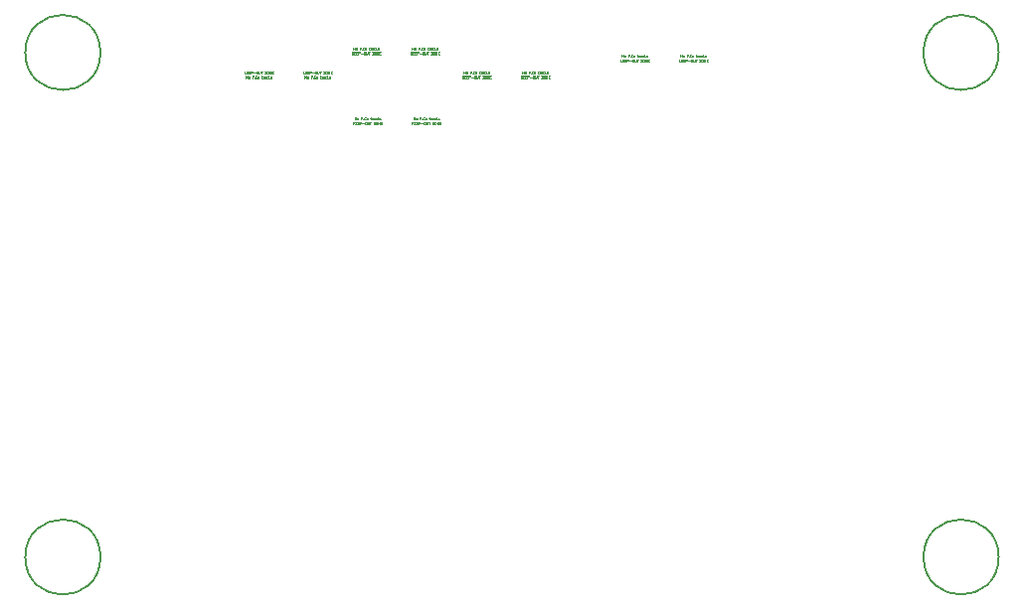
<source format=gbr>
%TF.GenerationSoftware,KiCad,Pcbnew,7.0.7*%
%TF.CreationDate,2023-09-26T16:34:25+02:00*%
%TF.ProjectId,OS-ServoDriver,4f532d53-6572-4766-9f44-72697665722e,rev?*%
%TF.SameCoordinates,Original*%
%TF.FileFunction,Other,Comment*%
%FSLAX46Y46*%
G04 Gerber Fmt 4.6, Leading zero omitted, Abs format (unit mm)*
G04 Created by KiCad (PCBNEW 7.0.7) date 2023-09-26 16:34:25*
%MOMM*%
%LPD*%
G01*
G04 APERTURE LIST*
%ADD10C,0.030000*%
%ADD11C,0.150000*%
G04 APERTURE END LIST*
D10*
X134595047Y-102887963D02*
X134595047Y-102687963D01*
X134595047Y-102687963D02*
X134709332Y-102887963D01*
X134709332Y-102887963D02*
X134709332Y-102687963D01*
X134833142Y-102887963D02*
X134814094Y-102878440D01*
X134814094Y-102878440D02*
X134804571Y-102868916D01*
X134804571Y-102868916D02*
X134795047Y-102849868D01*
X134795047Y-102849868D02*
X134795047Y-102792725D01*
X134795047Y-102792725D02*
X134804571Y-102773678D01*
X134804571Y-102773678D02*
X134814094Y-102764154D01*
X134814094Y-102764154D02*
X134833142Y-102754630D01*
X134833142Y-102754630D02*
X134861713Y-102754630D01*
X134861713Y-102754630D02*
X134880761Y-102764154D01*
X134880761Y-102764154D02*
X134890285Y-102773678D01*
X134890285Y-102773678D02*
X134899809Y-102792725D01*
X134899809Y-102792725D02*
X134899809Y-102849868D01*
X134899809Y-102849868D02*
X134890285Y-102868916D01*
X134890285Y-102868916D02*
X134880761Y-102878440D01*
X134880761Y-102878440D02*
X134861713Y-102887963D01*
X134861713Y-102887963D02*
X134833142Y-102887963D01*
X135204570Y-102783201D02*
X135137904Y-102783201D01*
X135137904Y-102887963D02*
X135137904Y-102687963D01*
X135137904Y-102687963D02*
X135233142Y-102687963D01*
X135309333Y-102868916D02*
X135318856Y-102878440D01*
X135318856Y-102878440D02*
X135309333Y-102887963D01*
X135309333Y-102887963D02*
X135299809Y-102878440D01*
X135299809Y-102878440D02*
X135309333Y-102868916D01*
X135309333Y-102868916D02*
X135309333Y-102887963D01*
X135518856Y-102868916D02*
X135509332Y-102878440D01*
X135509332Y-102878440D02*
X135480761Y-102887963D01*
X135480761Y-102887963D02*
X135461713Y-102887963D01*
X135461713Y-102887963D02*
X135433142Y-102878440D01*
X135433142Y-102878440D02*
X135414094Y-102859392D01*
X135414094Y-102859392D02*
X135404571Y-102840344D01*
X135404571Y-102840344D02*
X135395047Y-102802249D01*
X135395047Y-102802249D02*
X135395047Y-102773678D01*
X135395047Y-102773678D02*
X135404571Y-102735582D01*
X135404571Y-102735582D02*
X135414094Y-102716535D01*
X135414094Y-102716535D02*
X135433142Y-102697487D01*
X135433142Y-102697487D02*
X135461713Y-102687963D01*
X135461713Y-102687963D02*
X135480761Y-102687963D01*
X135480761Y-102687963D02*
X135509332Y-102697487D01*
X135509332Y-102697487D02*
X135518856Y-102707011D01*
X135690285Y-102754630D02*
X135690285Y-102887963D01*
X135604571Y-102754630D02*
X135604571Y-102859392D01*
X135604571Y-102859392D02*
X135614094Y-102878440D01*
X135614094Y-102878440D02*
X135633142Y-102887963D01*
X135633142Y-102887963D02*
X135661713Y-102887963D01*
X135661713Y-102887963D02*
X135680761Y-102878440D01*
X135680761Y-102878440D02*
X135690285Y-102868916D01*
X135909332Y-102754630D02*
X135985523Y-102754630D01*
X135937904Y-102687963D02*
X135937904Y-102859392D01*
X135937904Y-102859392D02*
X135947427Y-102878440D01*
X135947427Y-102878440D02*
X135966475Y-102887963D01*
X135966475Y-102887963D02*
X135985523Y-102887963D01*
X136052190Y-102887963D02*
X136052190Y-102754630D01*
X136052190Y-102792725D02*
X136061713Y-102773678D01*
X136061713Y-102773678D02*
X136071237Y-102764154D01*
X136071237Y-102764154D02*
X136090285Y-102754630D01*
X136090285Y-102754630D02*
X136109332Y-102754630D01*
X136261714Y-102887963D02*
X136261714Y-102783201D01*
X136261714Y-102783201D02*
X136252190Y-102764154D01*
X136252190Y-102764154D02*
X136233142Y-102754630D01*
X136233142Y-102754630D02*
X136195047Y-102754630D01*
X136195047Y-102754630D02*
X136176000Y-102764154D01*
X136261714Y-102878440D02*
X136242666Y-102887963D01*
X136242666Y-102887963D02*
X136195047Y-102887963D01*
X136195047Y-102887963D02*
X136176000Y-102878440D01*
X136176000Y-102878440D02*
X136166476Y-102859392D01*
X136166476Y-102859392D02*
X136166476Y-102840344D01*
X136166476Y-102840344D02*
X136176000Y-102821297D01*
X136176000Y-102821297D02*
X136195047Y-102811773D01*
X136195047Y-102811773D02*
X136242666Y-102811773D01*
X136242666Y-102811773D02*
X136261714Y-102802249D01*
X136442666Y-102878440D02*
X136423618Y-102887963D01*
X136423618Y-102887963D02*
X136385523Y-102887963D01*
X136385523Y-102887963D02*
X136366475Y-102878440D01*
X136366475Y-102878440D02*
X136356952Y-102868916D01*
X136356952Y-102868916D02*
X136347428Y-102849868D01*
X136347428Y-102849868D02*
X136347428Y-102792725D01*
X136347428Y-102792725D02*
X136356952Y-102773678D01*
X136356952Y-102773678D02*
X136366475Y-102764154D01*
X136366475Y-102764154D02*
X136385523Y-102754630D01*
X136385523Y-102754630D02*
X136423618Y-102754630D01*
X136423618Y-102754630D02*
X136442666Y-102764154D01*
X136528381Y-102887963D02*
X136528381Y-102687963D01*
X136547428Y-102811773D02*
X136604571Y-102887963D01*
X136604571Y-102754630D02*
X136528381Y-102830820D01*
X136680762Y-102878440D02*
X136699809Y-102887963D01*
X136699809Y-102887963D02*
X136737905Y-102887963D01*
X136737905Y-102887963D02*
X136756952Y-102878440D01*
X136756952Y-102878440D02*
X136766476Y-102859392D01*
X136766476Y-102859392D02*
X136766476Y-102849868D01*
X136766476Y-102849868D02*
X136756952Y-102830820D01*
X136756952Y-102830820D02*
X136737905Y-102821297D01*
X136737905Y-102821297D02*
X136709333Y-102821297D01*
X136709333Y-102821297D02*
X136690286Y-102811773D01*
X136690286Y-102811773D02*
X136680762Y-102792725D01*
X136680762Y-102792725D02*
X136680762Y-102783201D01*
X136680762Y-102783201D02*
X136690286Y-102764154D01*
X136690286Y-102764154D02*
X136709333Y-102754630D01*
X136709333Y-102754630D02*
X136737905Y-102754630D01*
X136737905Y-102754630D02*
X136756952Y-102764154D01*
X139595047Y-102887963D02*
X139595047Y-102687963D01*
X139595047Y-102687963D02*
X139709332Y-102887963D01*
X139709332Y-102887963D02*
X139709332Y-102687963D01*
X139833142Y-102887963D02*
X139814094Y-102878440D01*
X139814094Y-102878440D02*
X139804571Y-102868916D01*
X139804571Y-102868916D02*
X139795047Y-102849868D01*
X139795047Y-102849868D02*
X139795047Y-102792725D01*
X139795047Y-102792725D02*
X139804571Y-102773678D01*
X139804571Y-102773678D02*
X139814094Y-102764154D01*
X139814094Y-102764154D02*
X139833142Y-102754630D01*
X139833142Y-102754630D02*
X139861713Y-102754630D01*
X139861713Y-102754630D02*
X139880761Y-102764154D01*
X139880761Y-102764154D02*
X139890285Y-102773678D01*
X139890285Y-102773678D02*
X139899809Y-102792725D01*
X139899809Y-102792725D02*
X139899809Y-102849868D01*
X139899809Y-102849868D02*
X139890285Y-102868916D01*
X139890285Y-102868916D02*
X139880761Y-102878440D01*
X139880761Y-102878440D02*
X139861713Y-102887963D01*
X139861713Y-102887963D02*
X139833142Y-102887963D01*
X140204570Y-102783201D02*
X140137904Y-102783201D01*
X140137904Y-102887963D02*
X140137904Y-102687963D01*
X140137904Y-102687963D02*
X140233142Y-102687963D01*
X140309333Y-102868916D02*
X140318856Y-102878440D01*
X140318856Y-102878440D02*
X140309333Y-102887963D01*
X140309333Y-102887963D02*
X140299809Y-102878440D01*
X140299809Y-102878440D02*
X140309333Y-102868916D01*
X140309333Y-102868916D02*
X140309333Y-102887963D01*
X140518856Y-102868916D02*
X140509332Y-102878440D01*
X140509332Y-102878440D02*
X140480761Y-102887963D01*
X140480761Y-102887963D02*
X140461713Y-102887963D01*
X140461713Y-102887963D02*
X140433142Y-102878440D01*
X140433142Y-102878440D02*
X140414094Y-102859392D01*
X140414094Y-102859392D02*
X140404571Y-102840344D01*
X140404571Y-102840344D02*
X140395047Y-102802249D01*
X140395047Y-102802249D02*
X140395047Y-102773678D01*
X140395047Y-102773678D02*
X140404571Y-102735582D01*
X140404571Y-102735582D02*
X140414094Y-102716535D01*
X140414094Y-102716535D02*
X140433142Y-102697487D01*
X140433142Y-102697487D02*
X140461713Y-102687963D01*
X140461713Y-102687963D02*
X140480761Y-102687963D01*
X140480761Y-102687963D02*
X140509332Y-102697487D01*
X140509332Y-102697487D02*
X140518856Y-102707011D01*
X140690285Y-102754630D02*
X140690285Y-102887963D01*
X140604571Y-102754630D02*
X140604571Y-102859392D01*
X140604571Y-102859392D02*
X140614094Y-102878440D01*
X140614094Y-102878440D02*
X140633142Y-102887963D01*
X140633142Y-102887963D02*
X140661713Y-102887963D01*
X140661713Y-102887963D02*
X140680761Y-102878440D01*
X140680761Y-102878440D02*
X140690285Y-102868916D01*
X140909332Y-102754630D02*
X140985523Y-102754630D01*
X140937904Y-102687963D02*
X140937904Y-102859392D01*
X140937904Y-102859392D02*
X140947427Y-102878440D01*
X140947427Y-102878440D02*
X140966475Y-102887963D01*
X140966475Y-102887963D02*
X140985523Y-102887963D01*
X141052190Y-102887963D02*
X141052190Y-102754630D01*
X141052190Y-102792725D02*
X141061713Y-102773678D01*
X141061713Y-102773678D02*
X141071237Y-102764154D01*
X141071237Y-102764154D02*
X141090285Y-102754630D01*
X141090285Y-102754630D02*
X141109332Y-102754630D01*
X141261714Y-102887963D02*
X141261714Y-102783201D01*
X141261714Y-102783201D02*
X141252190Y-102764154D01*
X141252190Y-102764154D02*
X141233142Y-102754630D01*
X141233142Y-102754630D02*
X141195047Y-102754630D01*
X141195047Y-102754630D02*
X141176000Y-102764154D01*
X141261714Y-102878440D02*
X141242666Y-102887963D01*
X141242666Y-102887963D02*
X141195047Y-102887963D01*
X141195047Y-102887963D02*
X141176000Y-102878440D01*
X141176000Y-102878440D02*
X141166476Y-102859392D01*
X141166476Y-102859392D02*
X141166476Y-102840344D01*
X141166476Y-102840344D02*
X141176000Y-102821297D01*
X141176000Y-102821297D02*
X141195047Y-102811773D01*
X141195047Y-102811773D02*
X141242666Y-102811773D01*
X141242666Y-102811773D02*
X141261714Y-102802249D01*
X141442666Y-102878440D02*
X141423618Y-102887963D01*
X141423618Y-102887963D02*
X141385523Y-102887963D01*
X141385523Y-102887963D02*
X141366475Y-102878440D01*
X141366475Y-102878440D02*
X141356952Y-102868916D01*
X141356952Y-102868916D02*
X141347428Y-102849868D01*
X141347428Y-102849868D02*
X141347428Y-102792725D01*
X141347428Y-102792725D02*
X141356952Y-102773678D01*
X141356952Y-102773678D02*
X141366475Y-102764154D01*
X141366475Y-102764154D02*
X141385523Y-102754630D01*
X141385523Y-102754630D02*
X141423618Y-102754630D01*
X141423618Y-102754630D02*
X141442666Y-102764154D01*
X141528381Y-102887963D02*
X141528381Y-102687963D01*
X141547428Y-102811773D02*
X141604571Y-102887963D01*
X141604571Y-102754630D02*
X141528381Y-102830820D01*
X141680762Y-102878440D02*
X141699809Y-102887963D01*
X141699809Y-102887963D02*
X141737905Y-102887963D01*
X141737905Y-102887963D02*
X141756952Y-102878440D01*
X141756952Y-102878440D02*
X141766476Y-102859392D01*
X141766476Y-102859392D02*
X141766476Y-102849868D01*
X141766476Y-102849868D02*
X141756952Y-102830820D01*
X141756952Y-102830820D02*
X141737905Y-102821297D01*
X141737905Y-102821297D02*
X141709333Y-102821297D01*
X141709333Y-102821297D02*
X141690286Y-102811773D01*
X141690286Y-102811773D02*
X141680762Y-102792725D01*
X141680762Y-102792725D02*
X141680762Y-102783201D01*
X141680762Y-102783201D02*
X141690286Y-102764154D01*
X141690286Y-102764154D02*
X141709333Y-102754630D01*
X141709333Y-102754630D02*
X141737905Y-102754630D01*
X141737905Y-102754630D02*
X141756952Y-102764154D01*
X139461715Y-103287963D02*
X139461715Y-103087963D01*
X139576000Y-103287963D02*
X139490286Y-103173678D01*
X139576000Y-103087963D02*
X139461715Y-103202249D01*
X139661715Y-103183201D02*
X139728381Y-103183201D01*
X139756953Y-103287963D02*
X139661715Y-103287963D01*
X139661715Y-103287963D02*
X139661715Y-103087963D01*
X139661715Y-103087963D02*
X139756953Y-103087963D01*
X139842667Y-103183201D02*
X139909333Y-103183201D01*
X139937905Y-103287963D02*
X139842667Y-103287963D01*
X139842667Y-103287963D02*
X139842667Y-103087963D01*
X139842667Y-103087963D02*
X139937905Y-103087963D01*
X140023619Y-103287963D02*
X140023619Y-103087963D01*
X140023619Y-103087963D02*
X140099809Y-103087963D01*
X140099809Y-103087963D02*
X140118857Y-103097487D01*
X140118857Y-103097487D02*
X140128380Y-103107011D01*
X140128380Y-103107011D02*
X140137904Y-103126059D01*
X140137904Y-103126059D02*
X140137904Y-103154630D01*
X140137904Y-103154630D02*
X140128380Y-103173678D01*
X140128380Y-103173678D02*
X140118857Y-103183201D01*
X140118857Y-103183201D02*
X140099809Y-103192725D01*
X140099809Y-103192725D02*
X140023619Y-103192725D01*
X140223619Y-103211773D02*
X140376000Y-103211773D01*
X140509333Y-103087963D02*
X140547428Y-103087963D01*
X140547428Y-103087963D02*
X140566476Y-103097487D01*
X140566476Y-103097487D02*
X140585523Y-103116535D01*
X140585523Y-103116535D02*
X140595047Y-103154630D01*
X140595047Y-103154630D02*
X140595047Y-103221297D01*
X140595047Y-103221297D02*
X140585523Y-103259392D01*
X140585523Y-103259392D02*
X140566476Y-103278440D01*
X140566476Y-103278440D02*
X140547428Y-103287963D01*
X140547428Y-103287963D02*
X140509333Y-103287963D01*
X140509333Y-103287963D02*
X140490285Y-103278440D01*
X140490285Y-103278440D02*
X140471238Y-103259392D01*
X140471238Y-103259392D02*
X140461714Y-103221297D01*
X140461714Y-103221297D02*
X140461714Y-103154630D01*
X140461714Y-103154630D02*
X140471238Y-103116535D01*
X140471238Y-103116535D02*
X140490285Y-103097487D01*
X140490285Y-103097487D02*
X140509333Y-103087963D01*
X140680762Y-103087963D02*
X140680762Y-103249868D01*
X140680762Y-103249868D02*
X140690285Y-103268916D01*
X140690285Y-103268916D02*
X140699809Y-103278440D01*
X140699809Y-103278440D02*
X140718857Y-103287963D01*
X140718857Y-103287963D02*
X140756952Y-103287963D01*
X140756952Y-103287963D02*
X140776000Y-103278440D01*
X140776000Y-103278440D02*
X140785523Y-103268916D01*
X140785523Y-103268916D02*
X140795047Y-103249868D01*
X140795047Y-103249868D02*
X140795047Y-103087963D01*
X140861714Y-103087963D02*
X140976000Y-103087963D01*
X140918857Y-103287963D02*
X140918857Y-103087963D01*
X141176000Y-103087963D02*
X141309333Y-103087963D01*
X141309333Y-103087963D02*
X141176000Y-103287963D01*
X141176000Y-103287963D02*
X141309333Y-103287963D01*
X141423619Y-103087963D02*
X141461714Y-103087963D01*
X141461714Y-103087963D02*
X141480762Y-103097487D01*
X141480762Y-103097487D02*
X141499809Y-103116535D01*
X141499809Y-103116535D02*
X141509333Y-103154630D01*
X141509333Y-103154630D02*
X141509333Y-103221297D01*
X141509333Y-103221297D02*
X141499809Y-103259392D01*
X141499809Y-103259392D02*
X141480762Y-103278440D01*
X141480762Y-103278440D02*
X141461714Y-103287963D01*
X141461714Y-103287963D02*
X141423619Y-103287963D01*
X141423619Y-103287963D02*
X141404571Y-103278440D01*
X141404571Y-103278440D02*
X141385524Y-103259392D01*
X141385524Y-103259392D02*
X141376000Y-103221297D01*
X141376000Y-103221297D02*
X141376000Y-103154630D01*
X141376000Y-103154630D02*
X141385524Y-103116535D01*
X141385524Y-103116535D02*
X141404571Y-103097487D01*
X141404571Y-103097487D02*
X141423619Y-103087963D01*
X141595048Y-103287963D02*
X141595048Y-103087963D01*
X141595048Y-103087963D02*
X141709333Y-103287963D01*
X141709333Y-103287963D02*
X141709333Y-103087963D01*
X141804572Y-103183201D02*
X141871238Y-103183201D01*
X141899810Y-103287963D02*
X141804572Y-103287963D01*
X141804572Y-103287963D02*
X141804572Y-103087963D01*
X141804572Y-103087963D02*
X141899810Y-103087963D01*
X134461715Y-103287963D02*
X134461715Y-103087963D01*
X134576000Y-103287963D02*
X134490286Y-103173678D01*
X134576000Y-103087963D02*
X134461715Y-103202249D01*
X134661715Y-103183201D02*
X134728381Y-103183201D01*
X134756953Y-103287963D02*
X134661715Y-103287963D01*
X134661715Y-103287963D02*
X134661715Y-103087963D01*
X134661715Y-103087963D02*
X134756953Y-103087963D01*
X134842667Y-103183201D02*
X134909333Y-103183201D01*
X134937905Y-103287963D02*
X134842667Y-103287963D01*
X134842667Y-103287963D02*
X134842667Y-103087963D01*
X134842667Y-103087963D02*
X134937905Y-103087963D01*
X135023619Y-103287963D02*
X135023619Y-103087963D01*
X135023619Y-103087963D02*
X135099809Y-103087963D01*
X135099809Y-103087963D02*
X135118857Y-103097487D01*
X135118857Y-103097487D02*
X135128380Y-103107011D01*
X135128380Y-103107011D02*
X135137904Y-103126059D01*
X135137904Y-103126059D02*
X135137904Y-103154630D01*
X135137904Y-103154630D02*
X135128380Y-103173678D01*
X135128380Y-103173678D02*
X135118857Y-103183201D01*
X135118857Y-103183201D02*
X135099809Y-103192725D01*
X135099809Y-103192725D02*
X135023619Y-103192725D01*
X135223619Y-103211773D02*
X135376000Y-103211773D01*
X135509333Y-103087963D02*
X135547428Y-103087963D01*
X135547428Y-103087963D02*
X135566476Y-103097487D01*
X135566476Y-103097487D02*
X135585523Y-103116535D01*
X135585523Y-103116535D02*
X135595047Y-103154630D01*
X135595047Y-103154630D02*
X135595047Y-103221297D01*
X135595047Y-103221297D02*
X135585523Y-103259392D01*
X135585523Y-103259392D02*
X135566476Y-103278440D01*
X135566476Y-103278440D02*
X135547428Y-103287963D01*
X135547428Y-103287963D02*
X135509333Y-103287963D01*
X135509333Y-103287963D02*
X135490285Y-103278440D01*
X135490285Y-103278440D02*
X135471238Y-103259392D01*
X135471238Y-103259392D02*
X135461714Y-103221297D01*
X135461714Y-103221297D02*
X135461714Y-103154630D01*
X135461714Y-103154630D02*
X135471238Y-103116535D01*
X135471238Y-103116535D02*
X135490285Y-103097487D01*
X135490285Y-103097487D02*
X135509333Y-103087963D01*
X135680762Y-103087963D02*
X135680762Y-103249868D01*
X135680762Y-103249868D02*
X135690285Y-103268916D01*
X135690285Y-103268916D02*
X135699809Y-103278440D01*
X135699809Y-103278440D02*
X135718857Y-103287963D01*
X135718857Y-103287963D02*
X135756952Y-103287963D01*
X135756952Y-103287963D02*
X135776000Y-103278440D01*
X135776000Y-103278440D02*
X135785523Y-103268916D01*
X135785523Y-103268916D02*
X135795047Y-103249868D01*
X135795047Y-103249868D02*
X135795047Y-103087963D01*
X135861714Y-103087963D02*
X135976000Y-103087963D01*
X135918857Y-103287963D02*
X135918857Y-103087963D01*
X136176000Y-103087963D02*
X136309333Y-103087963D01*
X136309333Y-103087963D02*
X136176000Y-103287963D01*
X136176000Y-103287963D02*
X136309333Y-103287963D01*
X136423619Y-103087963D02*
X136461714Y-103087963D01*
X136461714Y-103087963D02*
X136480762Y-103097487D01*
X136480762Y-103097487D02*
X136499809Y-103116535D01*
X136499809Y-103116535D02*
X136509333Y-103154630D01*
X136509333Y-103154630D02*
X136509333Y-103221297D01*
X136509333Y-103221297D02*
X136499809Y-103259392D01*
X136499809Y-103259392D02*
X136480762Y-103278440D01*
X136480762Y-103278440D02*
X136461714Y-103287963D01*
X136461714Y-103287963D02*
X136423619Y-103287963D01*
X136423619Y-103287963D02*
X136404571Y-103278440D01*
X136404571Y-103278440D02*
X136385524Y-103259392D01*
X136385524Y-103259392D02*
X136376000Y-103221297D01*
X136376000Y-103221297D02*
X136376000Y-103154630D01*
X136376000Y-103154630D02*
X136385524Y-103116535D01*
X136385524Y-103116535D02*
X136404571Y-103097487D01*
X136404571Y-103097487D02*
X136423619Y-103087963D01*
X136595048Y-103287963D02*
X136595048Y-103087963D01*
X136595048Y-103087963D02*
X136709333Y-103287963D01*
X136709333Y-103287963D02*
X136709333Y-103087963D01*
X136804572Y-103183201D02*
X136871238Y-103183201D01*
X136899810Y-103287963D02*
X136804572Y-103287963D01*
X136804572Y-103287963D02*
X136804572Y-103087963D01*
X136804572Y-103087963D02*
X136899810Y-103087963D01*
X121133047Y-104284963D02*
X121133047Y-104084963D01*
X121133047Y-104084963D02*
X121247332Y-104284963D01*
X121247332Y-104284963D02*
X121247332Y-104084963D01*
X121371142Y-104284963D02*
X121352094Y-104275440D01*
X121352094Y-104275440D02*
X121342571Y-104265916D01*
X121342571Y-104265916D02*
X121333047Y-104246868D01*
X121333047Y-104246868D02*
X121333047Y-104189725D01*
X121333047Y-104189725D02*
X121342571Y-104170678D01*
X121342571Y-104170678D02*
X121352094Y-104161154D01*
X121352094Y-104161154D02*
X121371142Y-104151630D01*
X121371142Y-104151630D02*
X121399713Y-104151630D01*
X121399713Y-104151630D02*
X121418761Y-104161154D01*
X121418761Y-104161154D02*
X121428285Y-104170678D01*
X121428285Y-104170678D02*
X121437809Y-104189725D01*
X121437809Y-104189725D02*
X121437809Y-104246868D01*
X121437809Y-104246868D02*
X121428285Y-104265916D01*
X121428285Y-104265916D02*
X121418761Y-104275440D01*
X121418761Y-104275440D02*
X121399713Y-104284963D01*
X121399713Y-104284963D02*
X121371142Y-104284963D01*
X121742570Y-104180201D02*
X121675904Y-104180201D01*
X121675904Y-104284963D02*
X121675904Y-104084963D01*
X121675904Y-104084963D02*
X121771142Y-104084963D01*
X121847333Y-104265916D02*
X121856856Y-104275440D01*
X121856856Y-104275440D02*
X121847333Y-104284963D01*
X121847333Y-104284963D02*
X121837809Y-104275440D01*
X121837809Y-104275440D02*
X121847333Y-104265916D01*
X121847333Y-104265916D02*
X121847333Y-104284963D01*
X122056856Y-104265916D02*
X122047332Y-104275440D01*
X122047332Y-104275440D02*
X122018761Y-104284963D01*
X122018761Y-104284963D02*
X121999713Y-104284963D01*
X121999713Y-104284963D02*
X121971142Y-104275440D01*
X121971142Y-104275440D02*
X121952094Y-104256392D01*
X121952094Y-104256392D02*
X121942571Y-104237344D01*
X121942571Y-104237344D02*
X121933047Y-104199249D01*
X121933047Y-104199249D02*
X121933047Y-104170678D01*
X121933047Y-104170678D02*
X121942571Y-104132582D01*
X121942571Y-104132582D02*
X121952094Y-104113535D01*
X121952094Y-104113535D02*
X121971142Y-104094487D01*
X121971142Y-104094487D02*
X121999713Y-104084963D01*
X121999713Y-104084963D02*
X122018761Y-104084963D01*
X122018761Y-104084963D02*
X122047332Y-104094487D01*
X122047332Y-104094487D02*
X122056856Y-104104011D01*
X122228285Y-104151630D02*
X122228285Y-104284963D01*
X122142571Y-104151630D02*
X122142571Y-104256392D01*
X122142571Y-104256392D02*
X122152094Y-104275440D01*
X122152094Y-104275440D02*
X122171142Y-104284963D01*
X122171142Y-104284963D02*
X122199713Y-104284963D01*
X122199713Y-104284963D02*
X122218761Y-104275440D01*
X122218761Y-104275440D02*
X122228285Y-104265916D01*
X122447332Y-104151630D02*
X122523523Y-104151630D01*
X122475904Y-104084963D02*
X122475904Y-104256392D01*
X122475904Y-104256392D02*
X122485427Y-104275440D01*
X122485427Y-104275440D02*
X122504475Y-104284963D01*
X122504475Y-104284963D02*
X122523523Y-104284963D01*
X122590190Y-104284963D02*
X122590190Y-104151630D01*
X122590190Y-104189725D02*
X122599713Y-104170678D01*
X122599713Y-104170678D02*
X122609237Y-104161154D01*
X122609237Y-104161154D02*
X122628285Y-104151630D01*
X122628285Y-104151630D02*
X122647332Y-104151630D01*
X122799714Y-104284963D02*
X122799714Y-104180201D01*
X122799714Y-104180201D02*
X122790190Y-104161154D01*
X122790190Y-104161154D02*
X122771142Y-104151630D01*
X122771142Y-104151630D02*
X122733047Y-104151630D01*
X122733047Y-104151630D02*
X122714000Y-104161154D01*
X122799714Y-104275440D02*
X122780666Y-104284963D01*
X122780666Y-104284963D02*
X122733047Y-104284963D01*
X122733047Y-104284963D02*
X122714000Y-104275440D01*
X122714000Y-104275440D02*
X122704476Y-104256392D01*
X122704476Y-104256392D02*
X122704476Y-104237344D01*
X122704476Y-104237344D02*
X122714000Y-104218297D01*
X122714000Y-104218297D02*
X122733047Y-104208773D01*
X122733047Y-104208773D02*
X122780666Y-104208773D01*
X122780666Y-104208773D02*
X122799714Y-104199249D01*
X122980666Y-104275440D02*
X122961618Y-104284963D01*
X122961618Y-104284963D02*
X122923523Y-104284963D01*
X122923523Y-104284963D02*
X122904475Y-104275440D01*
X122904475Y-104275440D02*
X122894952Y-104265916D01*
X122894952Y-104265916D02*
X122885428Y-104246868D01*
X122885428Y-104246868D02*
X122885428Y-104189725D01*
X122885428Y-104189725D02*
X122894952Y-104170678D01*
X122894952Y-104170678D02*
X122904475Y-104161154D01*
X122904475Y-104161154D02*
X122923523Y-104151630D01*
X122923523Y-104151630D02*
X122961618Y-104151630D01*
X122961618Y-104151630D02*
X122980666Y-104161154D01*
X123066381Y-104284963D02*
X123066381Y-104084963D01*
X123085428Y-104208773D02*
X123142571Y-104284963D01*
X123142571Y-104151630D02*
X123066381Y-104227820D01*
X123218762Y-104275440D02*
X123237809Y-104284963D01*
X123237809Y-104284963D02*
X123275905Y-104284963D01*
X123275905Y-104284963D02*
X123294952Y-104275440D01*
X123294952Y-104275440D02*
X123304476Y-104256392D01*
X123304476Y-104256392D02*
X123304476Y-104246868D01*
X123304476Y-104246868D02*
X123294952Y-104227820D01*
X123294952Y-104227820D02*
X123275905Y-104218297D01*
X123275905Y-104218297D02*
X123247333Y-104218297D01*
X123247333Y-104218297D02*
X123228286Y-104208773D01*
X123228286Y-104208773D02*
X123218762Y-104189725D01*
X123218762Y-104189725D02*
X123218762Y-104180201D01*
X123218762Y-104180201D02*
X123228286Y-104161154D01*
X123228286Y-104161154D02*
X123247333Y-104151630D01*
X123247333Y-104151630D02*
X123275905Y-104151630D01*
X123275905Y-104151630D02*
X123294952Y-104161154D01*
X126133047Y-104284963D02*
X126133047Y-104084963D01*
X126133047Y-104084963D02*
X126247332Y-104284963D01*
X126247332Y-104284963D02*
X126247332Y-104084963D01*
X126371142Y-104284963D02*
X126352094Y-104275440D01*
X126352094Y-104275440D02*
X126342571Y-104265916D01*
X126342571Y-104265916D02*
X126333047Y-104246868D01*
X126333047Y-104246868D02*
X126333047Y-104189725D01*
X126333047Y-104189725D02*
X126342571Y-104170678D01*
X126342571Y-104170678D02*
X126352094Y-104161154D01*
X126352094Y-104161154D02*
X126371142Y-104151630D01*
X126371142Y-104151630D02*
X126399713Y-104151630D01*
X126399713Y-104151630D02*
X126418761Y-104161154D01*
X126418761Y-104161154D02*
X126428285Y-104170678D01*
X126428285Y-104170678D02*
X126437809Y-104189725D01*
X126437809Y-104189725D02*
X126437809Y-104246868D01*
X126437809Y-104246868D02*
X126428285Y-104265916D01*
X126428285Y-104265916D02*
X126418761Y-104275440D01*
X126418761Y-104275440D02*
X126399713Y-104284963D01*
X126399713Y-104284963D02*
X126371142Y-104284963D01*
X126742570Y-104180201D02*
X126675904Y-104180201D01*
X126675904Y-104284963D02*
X126675904Y-104084963D01*
X126675904Y-104084963D02*
X126771142Y-104084963D01*
X126847333Y-104265916D02*
X126856856Y-104275440D01*
X126856856Y-104275440D02*
X126847333Y-104284963D01*
X126847333Y-104284963D02*
X126837809Y-104275440D01*
X126837809Y-104275440D02*
X126847333Y-104265916D01*
X126847333Y-104265916D02*
X126847333Y-104284963D01*
X127056856Y-104265916D02*
X127047332Y-104275440D01*
X127047332Y-104275440D02*
X127018761Y-104284963D01*
X127018761Y-104284963D02*
X126999713Y-104284963D01*
X126999713Y-104284963D02*
X126971142Y-104275440D01*
X126971142Y-104275440D02*
X126952094Y-104256392D01*
X126952094Y-104256392D02*
X126942571Y-104237344D01*
X126942571Y-104237344D02*
X126933047Y-104199249D01*
X126933047Y-104199249D02*
X126933047Y-104170678D01*
X126933047Y-104170678D02*
X126942571Y-104132582D01*
X126942571Y-104132582D02*
X126952094Y-104113535D01*
X126952094Y-104113535D02*
X126971142Y-104094487D01*
X126971142Y-104094487D02*
X126999713Y-104084963D01*
X126999713Y-104084963D02*
X127018761Y-104084963D01*
X127018761Y-104084963D02*
X127047332Y-104094487D01*
X127047332Y-104094487D02*
X127056856Y-104104011D01*
X127228285Y-104151630D02*
X127228285Y-104284963D01*
X127142571Y-104151630D02*
X127142571Y-104256392D01*
X127142571Y-104256392D02*
X127152094Y-104275440D01*
X127152094Y-104275440D02*
X127171142Y-104284963D01*
X127171142Y-104284963D02*
X127199713Y-104284963D01*
X127199713Y-104284963D02*
X127218761Y-104275440D01*
X127218761Y-104275440D02*
X127228285Y-104265916D01*
X127447332Y-104151630D02*
X127523523Y-104151630D01*
X127475904Y-104084963D02*
X127475904Y-104256392D01*
X127475904Y-104256392D02*
X127485427Y-104275440D01*
X127485427Y-104275440D02*
X127504475Y-104284963D01*
X127504475Y-104284963D02*
X127523523Y-104284963D01*
X127590190Y-104284963D02*
X127590190Y-104151630D01*
X127590190Y-104189725D02*
X127599713Y-104170678D01*
X127599713Y-104170678D02*
X127609237Y-104161154D01*
X127609237Y-104161154D02*
X127628285Y-104151630D01*
X127628285Y-104151630D02*
X127647332Y-104151630D01*
X127799714Y-104284963D02*
X127799714Y-104180201D01*
X127799714Y-104180201D02*
X127790190Y-104161154D01*
X127790190Y-104161154D02*
X127771142Y-104151630D01*
X127771142Y-104151630D02*
X127733047Y-104151630D01*
X127733047Y-104151630D02*
X127714000Y-104161154D01*
X127799714Y-104275440D02*
X127780666Y-104284963D01*
X127780666Y-104284963D02*
X127733047Y-104284963D01*
X127733047Y-104284963D02*
X127714000Y-104275440D01*
X127714000Y-104275440D02*
X127704476Y-104256392D01*
X127704476Y-104256392D02*
X127704476Y-104237344D01*
X127704476Y-104237344D02*
X127714000Y-104218297D01*
X127714000Y-104218297D02*
X127733047Y-104208773D01*
X127733047Y-104208773D02*
X127780666Y-104208773D01*
X127780666Y-104208773D02*
X127799714Y-104199249D01*
X127980666Y-104275440D02*
X127961618Y-104284963D01*
X127961618Y-104284963D02*
X127923523Y-104284963D01*
X127923523Y-104284963D02*
X127904475Y-104275440D01*
X127904475Y-104275440D02*
X127894952Y-104265916D01*
X127894952Y-104265916D02*
X127885428Y-104246868D01*
X127885428Y-104246868D02*
X127885428Y-104189725D01*
X127885428Y-104189725D02*
X127894952Y-104170678D01*
X127894952Y-104170678D02*
X127904475Y-104161154D01*
X127904475Y-104161154D02*
X127923523Y-104151630D01*
X127923523Y-104151630D02*
X127961618Y-104151630D01*
X127961618Y-104151630D02*
X127980666Y-104161154D01*
X128066381Y-104284963D02*
X128066381Y-104084963D01*
X128085428Y-104208773D02*
X128142571Y-104284963D01*
X128142571Y-104151630D02*
X128066381Y-104227820D01*
X128218762Y-104275440D02*
X128237809Y-104284963D01*
X128237809Y-104284963D02*
X128275905Y-104284963D01*
X128275905Y-104284963D02*
X128294952Y-104275440D01*
X128294952Y-104275440D02*
X128304476Y-104256392D01*
X128304476Y-104256392D02*
X128304476Y-104246868D01*
X128304476Y-104246868D02*
X128294952Y-104227820D01*
X128294952Y-104227820D02*
X128275905Y-104218297D01*
X128275905Y-104218297D02*
X128247333Y-104218297D01*
X128247333Y-104218297D02*
X128228286Y-104208773D01*
X128228286Y-104208773D02*
X128218762Y-104189725D01*
X128218762Y-104189725D02*
X128218762Y-104180201D01*
X128218762Y-104180201D02*
X128228286Y-104161154D01*
X128228286Y-104161154D02*
X128247333Y-104151630D01*
X128247333Y-104151630D02*
X128275905Y-104151630D01*
X128275905Y-104151630D02*
X128294952Y-104161154D01*
X125999715Y-104684963D02*
X125999715Y-104484963D01*
X126114000Y-104684963D02*
X126028286Y-104570678D01*
X126114000Y-104484963D02*
X125999715Y-104599249D01*
X126199715Y-104580201D02*
X126266381Y-104580201D01*
X126294953Y-104684963D02*
X126199715Y-104684963D01*
X126199715Y-104684963D02*
X126199715Y-104484963D01*
X126199715Y-104484963D02*
X126294953Y-104484963D01*
X126380667Y-104580201D02*
X126447333Y-104580201D01*
X126475905Y-104684963D02*
X126380667Y-104684963D01*
X126380667Y-104684963D02*
X126380667Y-104484963D01*
X126380667Y-104484963D02*
X126475905Y-104484963D01*
X126561619Y-104684963D02*
X126561619Y-104484963D01*
X126561619Y-104484963D02*
X126637809Y-104484963D01*
X126637809Y-104484963D02*
X126656857Y-104494487D01*
X126656857Y-104494487D02*
X126666380Y-104504011D01*
X126666380Y-104504011D02*
X126675904Y-104523059D01*
X126675904Y-104523059D02*
X126675904Y-104551630D01*
X126675904Y-104551630D02*
X126666380Y-104570678D01*
X126666380Y-104570678D02*
X126656857Y-104580201D01*
X126656857Y-104580201D02*
X126637809Y-104589725D01*
X126637809Y-104589725D02*
X126561619Y-104589725D01*
X126761619Y-104608773D02*
X126914000Y-104608773D01*
X127047333Y-104484963D02*
X127085428Y-104484963D01*
X127085428Y-104484963D02*
X127104476Y-104494487D01*
X127104476Y-104494487D02*
X127123523Y-104513535D01*
X127123523Y-104513535D02*
X127133047Y-104551630D01*
X127133047Y-104551630D02*
X127133047Y-104618297D01*
X127133047Y-104618297D02*
X127123523Y-104656392D01*
X127123523Y-104656392D02*
X127104476Y-104675440D01*
X127104476Y-104675440D02*
X127085428Y-104684963D01*
X127085428Y-104684963D02*
X127047333Y-104684963D01*
X127047333Y-104684963D02*
X127028285Y-104675440D01*
X127028285Y-104675440D02*
X127009238Y-104656392D01*
X127009238Y-104656392D02*
X126999714Y-104618297D01*
X126999714Y-104618297D02*
X126999714Y-104551630D01*
X126999714Y-104551630D02*
X127009238Y-104513535D01*
X127009238Y-104513535D02*
X127028285Y-104494487D01*
X127028285Y-104494487D02*
X127047333Y-104484963D01*
X127218762Y-104484963D02*
X127218762Y-104646868D01*
X127218762Y-104646868D02*
X127228285Y-104665916D01*
X127228285Y-104665916D02*
X127237809Y-104675440D01*
X127237809Y-104675440D02*
X127256857Y-104684963D01*
X127256857Y-104684963D02*
X127294952Y-104684963D01*
X127294952Y-104684963D02*
X127314000Y-104675440D01*
X127314000Y-104675440D02*
X127323523Y-104665916D01*
X127323523Y-104665916D02*
X127333047Y-104646868D01*
X127333047Y-104646868D02*
X127333047Y-104484963D01*
X127399714Y-104484963D02*
X127514000Y-104484963D01*
X127456857Y-104684963D02*
X127456857Y-104484963D01*
X127714000Y-104484963D02*
X127847333Y-104484963D01*
X127847333Y-104484963D02*
X127714000Y-104684963D01*
X127714000Y-104684963D02*
X127847333Y-104684963D01*
X127961619Y-104484963D02*
X127999714Y-104484963D01*
X127999714Y-104484963D02*
X128018762Y-104494487D01*
X128018762Y-104494487D02*
X128037809Y-104513535D01*
X128037809Y-104513535D02*
X128047333Y-104551630D01*
X128047333Y-104551630D02*
X128047333Y-104618297D01*
X128047333Y-104618297D02*
X128037809Y-104656392D01*
X128037809Y-104656392D02*
X128018762Y-104675440D01*
X128018762Y-104675440D02*
X127999714Y-104684963D01*
X127999714Y-104684963D02*
X127961619Y-104684963D01*
X127961619Y-104684963D02*
X127942571Y-104675440D01*
X127942571Y-104675440D02*
X127923524Y-104656392D01*
X127923524Y-104656392D02*
X127914000Y-104618297D01*
X127914000Y-104618297D02*
X127914000Y-104551630D01*
X127914000Y-104551630D02*
X127923524Y-104513535D01*
X127923524Y-104513535D02*
X127942571Y-104494487D01*
X127942571Y-104494487D02*
X127961619Y-104484963D01*
X128133048Y-104684963D02*
X128133048Y-104484963D01*
X128133048Y-104484963D02*
X128247333Y-104684963D01*
X128247333Y-104684963D02*
X128247333Y-104484963D01*
X128342572Y-104580201D02*
X128409238Y-104580201D01*
X128437810Y-104684963D02*
X128342572Y-104684963D01*
X128342572Y-104684963D02*
X128342572Y-104484963D01*
X128342572Y-104484963D02*
X128437810Y-104484963D01*
X120999715Y-104684963D02*
X120999715Y-104484963D01*
X121114000Y-104684963D02*
X121028286Y-104570678D01*
X121114000Y-104484963D02*
X120999715Y-104599249D01*
X121199715Y-104580201D02*
X121266381Y-104580201D01*
X121294953Y-104684963D02*
X121199715Y-104684963D01*
X121199715Y-104684963D02*
X121199715Y-104484963D01*
X121199715Y-104484963D02*
X121294953Y-104484963D01*
X121380667Y-104580201D02*
X121447333Y-104580201D01*
X121475905Y-104684963D02*
X121380667Y-104684963D01*
X121380667Y-104684963D02*
X121380667Y-104484963D01*
X121380667Y-104484963D02*
X121475905Y-104484963D01*
X121561619Y-104684963D02*
X121561619Y-104484963D01*
X121561619Y-104484963D02*
X121637809Y-104484963D01*
X121637809Y-104484963D02*
X121656857Y-104494487D01*
X121656857Y-104494487D02*
X121666380Y-104504011D01*
X121666380Y-104504011D02*
X121675904Y-104523059D01*
X121675904Y-104523059D02*
X121675904Y-104551630D01*
X121675904Y-104551630D02*
X121666380Y-104570678D01*
X121666380Y-104570678D02*
X121656857Y-104580201D01*
X121656857Y-104580201D02*
X121637809Y-104589725D01*
X121637809Y-104589725D02*
X121561619Y-104589725D01*
X121761619Y-104608773D02*
X121914000Y-104608773D01*
X122047333Y-104484963D02*
X122085428Y-104484963D01*
X122085428Y-104484963D02*
X122104476Y-104494487D01*
X122104476Y-104494487D02*
X122123523Y-104513535D01*
X122123523Y-104513535D02*
X122133047Y-104551630D01*
X122133047Y-104551630D02*
X122133047Y-104618297D01*
X122133047Y-104618297D02*
X122123523Y-104656392D01*
X122123523Y-104656392D02*
X122104476Y-104675440D01*
X122104476Y-104675440D02*
X122085428Y-104684963D01*
X122085428Y-104684963D02*
X122047333Y-104684963D01*
X122047333Y-104684963D02*
X122028285Y-104675440D01*
X122028285Y-104675440D02*
X122009238Y-104656392D01*
X122009238Y-104656392D02*
X121999714Y-104618297D01*
X121999714Y-104618297D02*
X121999714Y-104551630D01*
X121999714Y-104551630D02*
X122009238Y-104513535D01*
X122009238Y-104513535D02*
X122028285Y-104494487D01*
X122028285Y-104494487D02*
X122047333Y-104484963D01*
X122218762Y-104484963D02*
X122218762Y-104646868D01*
X122218762Y-104646868D02*
X122228285Y-104665916D01*
X122228285Y-104665916D02*
X122237809Y-104675440D01*
X122237809Y-104675440D02*
X122256857Y-104684963D01*
X122256857Y-104684963D02*
X122294952Y-104684963D01*
X122294952Y-104684963D02*
X122314000Y-104675440D01*
X122314000Y-104675440D02*
X122323523Y-104665916D01*
X122323523Y-104665916D02*
X122333047Y-104646868D01*
X122333047Y-104646868D02*
X122333047Y-104484963D01*
X122399714Y-104484963D02*
X122514000Y-104484963D01*
X122456857Y-104684963D02*
X122456857Y-104484963D01*
X122714000Y-104484963D02*
X122847333Y-104484963D01*
X122847333Y-104484963D02*
X122714000Y-104684963D01*
X122714000Y-104684963D02*
X122847333Y-104684963D01*
X122961619Y-104484963D02*
X122999714Y-104484963D01*
X122999714Y-104484963D02*
X123018762Y-104494487D01*
X123018762Y-104494487D02*
X123037809Y-104513535D01*
X123037809Y-104513535D02*
X123047333Y-104551630D01*
X123047333Y-104551630D02*
X123047333Y-104618297D01*
X123047333Y-104618297D02*
X123037809Y-104656392D01*
X123037809Y-104656392D02*
X123018762Y-104675440D01*
X123018762Y-104675440D02*
X122999714Y-104684963D01*
X122999714Y-104684963D02*
X122961619Y-104684963D01*
X122961619Y-104684963D02*
X122942571Y-104675440D01*
X122942571Y-104675440D02*
X122923524Y-104656392D01*
X122923524Y-104656392D02*
X122914000Y-104618297D01*
X122914000Y-104618297D02*
X122914000Y-104551630D01*
X122914000Y-104551630D02*
X122923524Y-104513535D01*
X122923524Y-104513535D02*
X122942571Y-104494487D01*
X122942571Y-104494487D02*
X122961619Y-104484963D01*
X123133048Y-104684963D02*
X123133048Y-104484963D01*
X123133048Y-104484963D02*
X123247333Y-104684963D01*
X123247333Y-104684963D02*
X123247333Y-104484963D01*
X123342572Y-104580201D02*
X123409238Y-104580201D01*
X123437810Y-104684963D02*
X123342572Y-104684963D01*
X123342572Y-104684963D02*
X123342572Y-104484963D01*
X123342572Y-104484963D02*
X123437810Y-104484963D01*
X111862047Y-108221963D02*
X111862047Y-108021963D01*
X111862047Y-108021963D02*
X111976332Y-108221963D01*
X111976332Y-108221963D02*
X111976332Y-108021963D01*
X112100142Y-108221963D02*
X112081094Y-108212440D01*
X112081094Y-108212440D02*
X112071571Y-108202916D01*
X112071571Y-108202916D02*
X112062047Y-108183868D01*
X112062047Y-108183868D02*
X112062047Y-108126725D01*
X112062047Y-108126725D02*
X112071571Y-108107678D01*
X112071571Y-108107678D02*
X112081094Y-108098154D01*
X112081094Y-108098154D02*
X112100142Y-108088630D01*
X112100142Y-108088630D02*
X112128713Y-108088630D01*
X112128713Y-108088630D02*
X112147761Y-108098154D01*
X112147761Y-108098154D02*
X112157285Y-108107678D01*
X112157285Y-108107678D02*
X112166809Y-108126725D01*
X112166809Y-108126725D02*
X112166809Y-108183868D01*
X112166809Y-108183868D02*
X112157285Y-108202916D01*
X112157285Y-108202916D02*
X112147761Y-108212440D01*
X112147761Y-108212440D02*
X112128713Y-108221963D01*
X112128713Y-108221963D02*
X112100142Y-108221963D01*
X112471570Y-108117201D02*
X112404904Y-108117201D01*
X112404904Y-108221963D02*
X112404904Y-108021963D01*
X112404904Y-108021963D02*
X112500142Y-108021963D01*
X112576333Y-108202916D02*
X112585856Y-108212440D01*
X112585856Y-108212440D02*
X112576333Y-108221963D01*
X112576333Y-108221963D02*
X112566809Y-108212440D01*
X112566809Y-108212440D02*
X112576333Y-108202916D01*
X112576333Y-108202916D02*
X112576333Y-108221963D01*
X112785856Y-108202916D02*
X112776332Y-108212440D01*
X112776332Y-108212440D02*
X112747761Y-108221963D01*
X112747761Y-108221963D02*
X112728713Y-108221963D01*
X112728713Y-108221963D02*
X112700142Y-108212440D01*
X112700142Y-108212440D02*
X112681094Y-108193392D01*
X112681094Y-108193392D02*
X112671571Y-108174344D01*
X112671571Y-108174344D02*
X112662047Y-108136249D01*
X112662047Y-108136249D02*
X112662047Y-108107678D01*
X112662047Y-108107678D02*
X112671571Y-108069582D01*
X112671571Y-108069582D02*
X112681094Y-108050535D01*
X112681094Y-108050535D02*
X112700142Y-108031487D01*
X112700142Y-108031487D02*
X112728713Y-108021963D01*
X112728713Y-108021963D02*
X112747761Y-108021963D01*
X112747761Y-108021963D02*
X112776332Y-108031487D01*
X112776332Y-108031487D02*
X112785856Y-108041011D01*
X112957285Y-108088630D02*
X112957285Y-108221963D01*
X112871571Y-108088630D02*
X112871571Y-108193392D01*
X112871571Y-108193392D02*
X112881094Y-108212440D01*
X112881094Y-108212440D02*
X112900142Y-108221963D01*
X112900142Y-108221963D02*
X112928713Y-108221963D01*
X112928713Y-108221963D02*
X112947761Y-108212440D01*
X112947761Y-108212440D02*
X112957285Y-108202916D01*
X113176332Y-108088630D02*
X113252523Y-108088630D01*
X113204904Y-108021963D02*
X113204904Y-108193392D01*
X113204904Y-108193392D02*
X113214427Y-108212440D01*
X113214427Y-108212440D02*
X113233475Y-108221963D01*
X113233475Y-108221963D02*
X113252523Y-108221963D01*
X113319190Y-108221963D02*
X113319190Y-108088630D01*
X113319190Y-108126725D02*
X113328713Y-108107678D01*
X113328713Y-108107678D02*
X113338237Y-108098154D01*
X113338237Y-108098154D02*
X113357285Y-108088630D01*
X113357285Y-108088630D02*
X113376332Y-108088630D01*
X113528714Y-108221963D02*
X113528714Y-108117201D01*
X113528714Y-108117201D02*
X113519190Y-108098154D01*
X113519190Y-108098154D02*
X113500142Y-108088630D01*
X113500142Y-108088630D02*
X113462047Y-108088630D01*
X113462047Y-108088630D02*
X113443000Y-108098154D01*
X113528714Y-108212440D02*
X113509666Y-108221963D01*
X113509666Y-108221963D02*
X113462047Y-108221963D01*
X113462047Y-108221963D02*
X113443000Y-108212440D01*
X113443000Y-108212440D02*
X113433476Y-108193392D01*
X113433476Y-108193392D02*
X113433476Y-108174344D01*
X113433476Y-108174344D02*
X113443000Y-108155297D01*
X113443000Y-108155297D02*
X113462047Y-108145773D01*
X113462047Y-108145773D02*
X113509666Y-108145773D01*
X113509666Y-108145773D02*
X113528714Y-108136249D01*
X113709666Y-108212440D02*
X113690618Y-108221963D01*
X113690618Y-108221963D02*
X113652523Y-108221963D01*
X113652523Y-108221963D02*
X113633475Y-108212440D01*
X113633475Y-108212440D02*
X113623952Y-108202916D01*
X113623952Y-108202916D02*
X113614428Y-108183868D01*
X113614428Y-108183868D02*
X113614428Y-108126725D01*
X113614428Y-108126725D02*
X113623952Y-108107678D01*
X113623952Y-108107678D02*
X113633475Y-108098154D01*
X113633475Y-108098154D02*
X113652523Y-108088630D01*
X113652523Y-108088630D02*
X113690618Y-108088630D01*
X113690618Y-108088630D02*
X113709666Y-108098154D01*
X113795381Y-108221963D02*
X113795381Y-108021963D01*
X113814428Y-108145773D02*
X113871571Y-108221963D01*
X113871571Y-108088630D02*
X113795381Y-108164820D01*
X113947762Y-108212440D02*
X113966809Y-108221963D01*
X113966809Y-108221963D02*
X114004905Y-108221963D01*
X114004905Y-108221963D02*
X114023952Y-108212440D01*
X114023952Y-108212440D02*
X114033476Y-108193392D01*
X114033476Y-108193392D02*
X114033476Y-108183868D01*
X114033476Y-108183868D02*
X114023952Y-108164820D01*
X114023952Y-108164820D02*
X114004905Y-108155297D01*
X114004905Y-108155297D02*
X113976333Y-108155297D01*
X113976333Y-108155297D02*
X113957286Y-108145773D01*
X113957286Y-108145773D02*
X113947762Y-108126725D01*
X113947762Y-108126725D02*
X113947762Y-108117201D01*
X113947762Y-108117201D02*
X113957286Y-108098154D01*
X113957286Y-108098154D02*
X113976333Y-108088630D01*
X113976333Y-108088630D02*
X114004905Y-108088630D01*
X114004905Y-108088630D02*
X114023952Y-108098154D01*
X116862047Y-108221963D02*
X116862047Y-108021963D01*
X116862047Y-108021963D02*
X116976332Y-108221963D01*
X116976332Y-108221963D02*
X116976332Y-108021963D01*
X117100142Y-108221963D02*
X117081094Y-108212440D01*
X117081094Y-108212440D02*
X117071571Y-108202916D01*
X117071571Y-108202916D02*
X117062047Y-108183868D01*
X117062047Y-108183868D02*
X117062047Y-108126725D01*
X117062047Y-108126725D02*
X117071571Y-108107678D01*
X117071571Y-108107678D02*
X117081094Y-108098154D01*
X117081094Y-108098154D02*
X117100142Y-108088630D01*
X117100142Y-108088630D02*
X117128713Y-108088630D01*
X117128713Y-108088630D02*
X117147761Y-108098154D01*
X117147761Y-108098154D02*
X117157285Y-108107678D01*
X117157285Y-108107678D02*
X117166809Y-108126725D01*
X117166809Y-108126725D02*
X117166809Y-108183868D01*
X117166809Y-108183868D02*
X117157285Y-108202916D01*
X117157285Y-108202916D02*
X117147761Y-108212440D01*
X117147761Y-108212440D02*
X117128713Y-108221963D01*
X117128713Y-108221963D02*
X117100142Y-108221963D01*
X117471570Y-108117201D02*
X117404904Y-108117201D01*
X117404904Y-108221963D02*
X117404904Y-108021963D01*
X117404904Y-108021963D02*
X117500142Y-108021963D01*
X117576333Y-108202916D02*
X117585856Y-108212440D01*
X117585856Y-108212440D02*
X117576333Y-108221963D01*
X117576333Y-108221963D02*
X117566809Y-108212440D01*
X117566809Y-108212440D02*
X117576333Y-108202916D01*
X117576333Y-108202916D02*
X117576333Y-108221963D01*
X117785856Y-108202916D02*
X117776332Y-108212440D01*
X117776332Y-108212440D02*
X117747761Y-108221963D01*
X117747761Y-108221963D02*
X117728713Y-108221963D01*
X117728713Y-108221963D02*
X117700142Y-108212440D01*
X117700142Y-108212440D02*
X117681094Y-108193392D01*
X117681094Y-108193392D02*
X117671571Y-108174344D01*
X117671571Y-108174344D02*
X117662047Y-108136249D01*
X117662047Y-108136249D02*
X117662047Y-108107678D01*
X117662047Y-108107678D02*
X117671571Y-108069582D01*
X117671571Y-108069582D02*
X117681094Y-108050535D01*
X117681094Y-108050535D02*
X117700142Y-108031487D01*
X117700142Y-108031487D02*
X117728713Y-108021963D01*
X117728713Y-108021963D02*
X117747761Y-108021963D01*
X117747761Y-108021963D02*
X117776332Y-108031487D01*
X117776332Y-108031487D02*
X117785856Y-108041011D01*
X117957285Y-108088630D02*
X117957285Y-108221963D01*
X117871571Y-108088630D02*
X117871571Y-108193392D01*
X117871571Y-108193392D02*
X117881094Y-108212440D01*
X117881094Y-108212440D02*
X117900142Y-108221963D01*
X117900142Y-108221963D02*
X117928713Y-108221963D01*
X117928713Y-108221963D02*
X117947761Y-108212440D01*
X117947761Y-108212440D02*
X117957285Y-108202916D01*
X118176332Y-108088630D02*
X118252523Y-108088630D01*
X118204904Y-108021963D02*
X118204904Y-108193392D01*
X118204904Y-108193392D02*
X118214427Y-108212440D01*
X118214427Y-108212440D02*
X118233475Y-108221963D01*
X118233475Y-108221963D02*
X118252523Y-108221963D01*
X118319190Y-108221963D02*
X118319190Y-108088630D01*
X118319190Y-108126725D02*
X118328713Y-108107678D01*
X118328713Y-108107678D02*
X118338237Y-108098154D01*
X118338237Y-108098154D02*
X118357285Y-108088630D01*
X118357285Y-108088630D02*
X118376332Y-108088630D01*
X118528714Y-108221963D02*
X118528714Y-108117201D01*
X118528714Y-108117201D02*
X118519190Y-108098154D01*
X118519190Y-108098154D02*
X118500142Y-108088630D01*
X118500142Y-108088630D02*
X118462047Y-108088630D01*
X118462047Y-108088630D02*
X118443000Y-108098154D01*
X118528714Y-108212440D02*
X118509666Y-108221963D01*
X118509666Y-108221963D02*
X118462047Y-108221963D01*
X118462047Y-108221963D02*
X118443000Y-108212440D01*
X118443000Y-108212440D02*
X118433476Y-108193392D01*
X118433476Y-108193392D02*
X118433476Y-108174344D01*
X118433476Y-108174344D02*
X118443000Y-108155297D01*
X118443000Y-108155297D02*
X118462047Y-108145773D01*
X118462047Y-108145773D02*
X118509666Y-108145773D01*
X118509666Y-108145773D02*
X118528714Y-108136249D01*
X118709666Y-108212440D02*
X118690618Y-108221963D01*
X118690618Y-108221963D02*
X118652523Y-108221963D01*
X118652523Y-108221963D02*
X118633475Y-108212440D01*
X118633475Y-108212440D02*
X118623952Y-108202916D01*
X118623952Y-108202916D02*
X118614428Y-108183868D01*
X118614428Y-108183868D02*
X118614428Y-108126725D01*
X118614428Y-108126725D02*
X118623952Y-108107678D01*
X118623952Y-108107678D02*
X118633475Y-108098154D01*
X118633475Y-108098154D02*
X118652523Y-108088630D01*
X118652523Y-108088630D02*
X118690618Y-108088630D01*
X118690618Y-108088630D02*
X118709666Y-108098154D01*
X118795381Y-108221963D02*
X118795381Y-108021963D01*
X118814428Y-108145773D02*
X118871571Y-108221963D01*
X118871571Y-108088630D02*
X118795381Y-108164820D01*
X118947762Y-108212440D02*
X118966809Y-108221963D01*
X118966809Y-108221963D02*
X119004905Y-108221963D01*
X119004905Y-108221963D02*
X119023952Y-108212440D01*
X119023952Y-108212440D02*
X119033476Y-108193392D01*
X119033476Y-108193392D02*
X119033476Y-108183868D01*
X119033476Y-108183868D02*
X119023952Y-108164820D01*
X119023952Y-108164820D02*
X119004905Y-108155297D01*
X119004905Y-108155297D02*
X118976333Y-108155297D01*
X118976333Y-108155297D02*
X118957286Y-108145773D01*
X118957286Y-108145773D02*
X118947762Y-108126725D01*
X118947762Y-108126725D02*
X118947762Y-108117201D01*
X118947762Y-108117201D02*
X118957286Y-108098154D01*
X118957286Y-108098154D02*
X118976333Y-108088630D01*
X118976333Y-108088630D02*
X119004905Y-108088630D01*
X119004905Y-108088630D02*
X119023952Y-108098154D01*
X116728715Y-108621963D02*
X116728715Y-108421963D01*
X116843000Y-108621963D02*
X116757286Y-108507678D01*
X116843000Y-108421963D02*
X116728715Y-108536249D01*
X116928715Y-108517201D02*
X116995381Y-108517201D01*
X117023953Y-108621963D02*
X116928715Y-108621963D01*
X116928715Y-108621963D02*
X116928715Y-108421963D01*
X116928715Y-108421963D02*
X117023953Y-108421963D01*
X117109667Y-108517201D02*
X117176333Y-108517201D01*
X117204905Y-108621963D02*
X117109667Y-108621963D01*
X117109667Y-108621963D02*
X117109667Y-108421963D01*
X117109667Y-108421963D02*
X117204905Y-108421963D01*
X117290619Y-108621963D02*
X117290619Y-108421963D01*
X117290619Y-108421963D02*
X117366809Y-108421963D01*
X117366809Y-108421963D02*
X117385857Y-108431487D01*
X117385857Y-108431487D02*
X117395380Y-108441011D01*
X117395380Y-108441011D02*
X117404904Y-108460059D01*
X117404904Y-108460059D02*
X117404904Y-108488630D01*
X117404904Y-108488630D02*
X117395380Y-108507678D01*
X117395380Y-108507678D02*
X117385857Y-108517201D01*
X117385857Y-108517201D02*
X117366809Y-108526725D01*
X117366809Y-108526725D02*
X117290619Y-108526725D01*
X117490619Y-108545773D02*
X117643000Y-108545773D01*
X117776333Y-108421963D02*
X117814428Y-108421963D01*
X117814428Y-108421963D02*
X117833476Y-108431487D01*
X117833476Y-108431487D02*
X117852523Y-108450535D01*
X117852523Y-108450535D02*
X117862047Y-108488630D01*
X117862047Y-108488630D02*
X117862047Y-108555297D01*
X117862047Y-108555297D02*
X117852523Y-108593392D01*
X117852523Y-108593392D02*
X117833476Y-108612440D01*
X117833476Y-108612440D02*
X117814428Y-108621963D01*
X117814428Y-108621963D02*
X117776333Y-108621963D01*
X117776333Y-108621963D02*
X117757285Y-108612440D01*
X117757285Y-108612440D02*
X117738238Y-108593392D01*
X117738238Y-108593392D02*
X117728714Y-108555297D01*
X117728714Y-108555297D02*
X117728714Y-108488630D01*
X117728714Y-108488630D02*
X117738238Y-108450535D01*
X117738238Y-108450535D02*
X117757285Y-108431487D01*
X117757285Y-108431487D02*
X117776333Y-108421963D01*
X117947762Y-108421963D02*
X117947762Y-108583868D01*
X117947762Y-108583868D02*
X117957285Y-108602916D01*
X117957285Y-108602916D02*
X117966809Y-108612440D01*
X117966809Y-108612440D02*
X117985857Y-108621963D01*
X117985857Y-108621963D02*
X118023952Y-108621963D01*
X118023952Y-108621963D02*
X118043000Y-108612440D01*
X118043000Y-108612440D02*
X118052523Y-108602916D01*
X118052523Y-108602916D02*
X118062047Y-108583868D01*
X118062047Y-108583868D02*
X118062047Y-108421963D01*
X118128714Y-108421963D02*
X118243000Y-108421963D01*
X118185857Y-108621963D02*
X118185857Y-108421963D01*
X118443000Y-108421963D02*
X118576333Y-108421963D01*
X118576333Y-108421963D02*
X118443000Y-108621963D01*
X118443000Y-108621963D02*
X118576333Y-108621963D01*
X118690619Y-108421963D02*
X118728714Y-108421963D01*
X118728714Y-108421963D02*
X118747762Y-108431487D01*
X118747762Y-108431487D02*
X118766809Y-108450535D01*
X118766809Y-108450535D02*
X118776333Y-108488630D01*
X118776333Y-108488630D02*
X118776333Y-108555297D01*
X118776333Y-108555297D02*
X118766809Y-108593392D01*
X118766809Y-108593392D02*
X118747762Y-108612440D01*
X118747762Y-108612440D02*
X118728714Y-108621963D01*
X118728714Y-108621963D02*
X118690619Y-108621963D01*
X118690619Y-108621963D02*
X118671571Y-108612440D01*
X118671571Y-108612440D02*
X118652524Y-108593392D01*
X118652524Y-108593392D02*
X118643000Y-108555297D01*
X118643000Y-108555297D02*
X118643000Y-108488630D01*
X118643000Y-108488630D02*
X118652524Y-108450535D01*
X118652524Y-108450535D02*
X118671571Y-108431487D01*
X118671571Y-108431487D02*
X118690619Y-108421963D01*
X118862048Y-108621963D02*
X118862048Y-108421963D01*
X118862048Y-108421963D02*
X118976333Y-108621963D01*
X118976333Y-108621963D02*
X118976333Y-108421963D01*
X119071572Y-108517201D02*
X119138238Y-108517201D01*
X119166810Y-108621963D02*
X119071572Y-108621963D01*
X119071572Y-108621963D02*
X119071572Y-108421963D01*
X119071572Y-108421963D02*
X119166810Y-108421963D01*
X111728715Y-108621963D02*
X111728715Y-108421963D01*
X111843000Y-108621963D02*
X111757286Y-108507678D01*
X111843000Y-108421963D02*
X111728715Y-108536249D01*
X111928715Y-108517201D02*
X111995381Y-108517201D01*
X112023953Y-108621963D02*
X111928715Y-108621963D01*
X111928715Y-108621963D02*
X111928715Y-108421963D01*
X111928715Y-108421963D02*
X112023953Y-108421963D01*
X112109667Y-108517201D02*
X112176333Y-108517201D01*
X112204905Y-108621963D02*
X112109667Y-108621963D01*
X112109667Y-108621963D02*
X112109667Y-108421963D01*
X112109667Y-108421963D02*
X112204905Y-108421963D01*
X112290619Y-108621963D02*
X112290619Y-108421963D01*
X112290619Y-108421963D02*
X112366809Y-108421963D01*
X112366809Y-108421963D02*
X112385857Y-108431487D01*
X112385857Y-108431487D02*
X112395380Y-108441011D01*
X112395380Y-108441011D02*
X112404904Y-108460059D01*
X112404904Y-108460059D02*
X112404904Y-108488630D01*
X112404904Y-108488630D02*
X112395380Y-108507678D01*
X112395380Y-108507678D02*
X112385857Y-108517201D01*
X112385857Y-108517201D02*
X112366809Y-108526725D01*
X112366809Y-108526725D02*
X112290619Y-108526725D01*
X112490619Y-108545773D02*
X112643000Y-108545773D01*
X112776333Y-108421963D02*
X112814428Y-108421963D01*
X112814428Y-108421963D02*
X112833476Y-108431487D01*
X112833476Y-108431487D02*
X112852523Y-108450535D01*
X112852523Y-108450535D02*
X112862047Y-108488630D01*
X112862047Y-108488630D02*
X112862047Y-108555297D01*
X112862047Y-108555297D02*
X112852523Y-108593392D01*
X112852523Y-108593392D02*
X112833476Y-108612440D01*
X112833476Y-108612440D02*
X112814428Y-108621963D01*
X112814428Y-108621963D02*
X112776333Y-108621963D01*
X112776333Y-108621963D02*
X112757285Y-108612440D01*
X112757285Y-108612440D02*
X112738238Y-108593392D01*
X112738238Y-108593392D02*
X112728714Y-108555297D01*
X112728714Y-108555297D02*
X112728714Y-108488630D01*
X112728714Y-108488630D02*
X112738238Y-108450535D01*
X112738238Y-108450535D02*
X112757285Y-108431487D01*
X112757285Y-108431487D02*
X112776333Y-108421963D01*
X112947762Y-108421963D02*
X112947762Y-108583868D01*
X112947762Y-108583868D02*
X112957285Y-108602916D01*
X112957285Y-108602916D02*
X112966809Y-108612440D01*
X112966809Y-108612440D02*
X112985857Y-108621963D01*
X112985857Y-108621963D02*
X113023952Y-108621963D01*
X113023952Y-108621963D02*
X113043000Y-108612440D01*
X113043000Y-108612440D02*
X113052523Y-108602916D01*
X113052523Y-108602916D02*
X113062047Y-108583868D01*
X113062047Y-108583868D02*
X113062047Y-108421963D01*
X113128714Y-108421963D02*
X113243000Y-108421963D01*
X113185857Y-108621963D02*
X113185857Y-108421963D01*
X113443000Y-108421963D02*
X113576333Y-108421963D01*
X113576333Y-108421963D02*
X113443000Y-108621963D01*
X113443000Y-108621963D02*
X113576333Y-108621963D01*
X113690619Y-108421963D02*
X113728714Y-108421963D01*
X113728714Y-108421963D02*
X113747762Y-108431487D01*
X113747762Y-108431487D02*
X113766809Y-108450535D01*
X113766809Y-108450535D02*
X113776333Y-108488630D01*
X113776333Y-108488630D02*
X113776333Y-108555297D01*
X113776333Y-108555297D02*
X113766809Y-108593392D01*
X113766809Y-108593392D02*
X113747762Y-108612440D01*
X113747762Y-108612440D02*
X113728714Y-108621963D01*
X113728714Y-108621963D02*
X113690619Y-108621963D01*
X113690619Y-108621963D02*
X113671571Y-108612440D01*
X113671571Y-108612440D02*
X113652524Y-108593392D01*
X113652524Y-108593392D02*
X113643000Y-108555297D01*
X113643000Y-108555297D02*
X113643000Y-108488630D01*
X113643000Y-108488630D02*
X113652524Y-108450535D01*
X113652524Y-108450535D02*
X113671571Y-108431487D01*
X113671571Y-108431487D02*
X113690619Y-108421963D01*
X113862048Y-108621963D02*
X113862048Y-108421963D01*
X113862048Y-108421963D02*
X113976333Y-108621963D01*
X113976333Y-108621963D02*
X113976333Y-108421963D01*
X114071572Y-108517201D02*
X114138238Y-108517201D01*
X114166810Y-108621963D02*
X114071572Y-108621963D01*
X114071572Y-108621963D02*
X114071572Y-108421963D01*
X114071572Y-108421963D02*
X114166810Y-108421963D01*
X111735047Y-102252963D02*
X111735047Y-102052963D01*
X111735047Y-102052963D02*
X111849332Y-102252963D01*
X111849332Y-102252963D02*
X111849332Y-102052963D01*
X111973142Y-102252963D02*
X111954094Y-102243440D01*
X111954094Y-102243440D02*
X111944571Y-102233916D01*
X111944571Y-102233916D02*
X111935047Y-102214868D01*
X111935047Y-102214868D02*
X111935047Y-102157725D01*
X111935047Y-102157725D02*
X111944571Y-102138678D01*
X111944571Y-102138678D02*
X111954094Y-102129154D01*
X111954094Y-102129154D02*
X111973142Y-102119630D01*
X111973142Y-102119630D02*
X112001713Y-102119630D01*
X112001713Y-102119630D02*
X112020761Y-102129154D01*
X112020761Y-102129154D02*
X112030285Y-102138678D01*
X112030285Y-102138678D02*
X112039809Y-102157725D01*
X112039809Y-102157725D02*
X112039809Y-102214868D01*
X112039809Y-102214868D02*
X112030285Y-102233916D01*
X112030285Y-102233916D02*
X112020761Y-102243440D01*
X112020761Y-102243440D02*
X112001713Y-102252963D01*
X112001713Y-102252963D02*
X111973142Y-102252963D01*
X112344570Y-102148201D02*
X112277904Y-102148201D01*
X112277904Y-102252963D02*
X112277904Y-102052963D01*
X112277904Y-102052963D02*
X112373142Y-102052963D01*
X112449333Y-102233916D02*
X112458856Y-102243440D01*
X112458856Y-102243440D02*
X112449333Y-102252963D01*
X112449333Y-102252963D02*
X112439809Y-102243440D01*
X112439809Y-102243440D02*
X112449333Y-102233916D01*
X112449333Y-102233916D02*
X112449333Y-102252963D01*
X112658856Y-102233916D02*
X112649332Y-102243440D01*
X112649332Y-102243440D02*
X112620761Y-102252963D01*
X112620761Y-102252963D02*
X112601713Y-102252963D01*
X112601713Y-102252963D02*
X112573142Y-102243440D01*
X112573142Y-102243440D02*
X112554094Y-102224392D01*
X112554094Y-102224392D02*
X112544571Y-102205344D01*
X112544571Y-102205344D02*
X112535047Y-102167249D01*
X112535047Y-102167249D02*
X112535047Y-102138678D01*
X112535047Y-102138678D02*
X112544571Y-102100582D01*
X112544571Y-102100582D02*
X112554094Y-102081535D01*
X112554094Y-102081535D02*
X112573142Y-102062487D01*
X112573142Y-102062487D02*
X112601713Y-102052963D01*
X112601713Y-102052963D02*
X112620761Y-102052963D01*
X112620761Y-102052963D02*
X112649332Y-102062487D01*
X112649332Y-102062487D02*
X112658856Y-102072011D01*
X112830285Y-102119630D02*
X112830285Y-102252963D01*
X112744571Y-102119630D02*
X112744571Y-102224392D01*
X112744571Y-102224392D02*
X112754094Y-102243440D01*
X112754094Y-102243440D02*
X112773142Y-102252963D01*
X112773142Y-102252963D02*
X112801713Y-102252963D01*
X112801713Y-102252963D02*
X112820761Y-102243440D01*
X112820761Y-102243440D02*
X112830285Y-102233916D01*
X113049332Y-102119630D02*
X113125523Y-102119630D01*
X113077904Y-102052963D02*
X113077904Y-102224392D01*
X113077904Y-102224392D02*
X113087427Y-102243440D01*
X113087427Y-102243440D02*
X113106475Y-102252963D01*
X113106475Y-102252963D02*
X113125523Y-102252963D01*
X113192190Y-102252963D02*
X113192190Y-102119630D01*
X113192190Y-102157725D02*
X113201713Y-102138678D01*
X113201713Y-102138678D02*
X113211237Y-102129154D01*
X113211237Y-102129154D02*
X113230285Y-102119630D01*
X113230285Y-102119630D02*
X113249332Y-102119630D01*
X113401714Y-102252963D02*
X113401714Y-102148201D01*
X113401714Y-102148201D02*
X113392190Y-102129154D01*
X113392190Y-102129154D02*
X113373142Y-102119630D01*
X113373142Y-102119630D02*
X113335047Y-102119630D01*
X113335047Y-102119630D02*
X113316000Y-102129154D01*
X113401714Y-102243440D02*
X113382666Y-102252963D01*
X113382666Y-102252963D02*
X113335047Y-102252963D01*
X113335047Y-102252963D02*
X113316000Y-102243440D01*
X113316000Y-102243440D02*
X113306476Y-102224392D01*
X113306476Y-102224392D02*
X113306476Y-102205344D01*
X113306476Y-102205344D02*
X113316000Y-102186297D01*
X113316000Y-102186297D02*
X113335047Y-102176773D01*
X113335047Y-102176773D02*
X113382666Y-102176773D01*
X113382666Y-102176773D02*
X113401714Y-102167249D01*
X113582666Y-102243440D02*
X113563618Y-102252963D01*
X113563618Y-102252963D02*
X113525523Y-102252963D01*
X113525523Y-102252963D02*
X113506475Y-102243440D01*
X113506475Y-102243440D02*
X113496952Y-102233916D01*
X113496952Y-102233916D02*
X113487428Y-102214868D01*
X113487428Y-102214868D02*
X113487428Y-102157725D01*
X113487428Y-102157725D02*
X113496952Y-102138678D01*
X113496952Y-102138678D02*
X113506475Y-102129154D01*
X113506475Y-102129154D02*
X113525523Y-102119630D01*
X113525523Y-102119630D02*
X113563618Y-102119630D01*
X113563618Y-102119630D02*
X113582666Y-102129154D01*
X113668381Y-102252963D02*
X113668381Y-102052963D01*
X113687428Y-102176773D02*
X113744571Y-102252963D01*
X113744571Y-102119630D02*
X113668381Y-102195820D01*
X113820762Y-102243440D02*
X113839809Y-102252963D01*
X113839809Y-102252963D02*
X113877905Y-102252963D01*
X113877905Y-102252963D02*
X113896952Y-102243440D01*
X113896952Y-102243440D02*
X113906476Y-102224392D01*
X113906476Y-102224392D02*
X113906476Y-102214868D01*
X113906476Y-102214868D02*
X113896952Y-102195820D01*
X113896952Y-102195820D02*
X113877905Y-102186297D01*
X113877905Y-102186297D02*
X113849333Y-102186297D01*
X113849333Y-102186297D02*
X113830286Y-102176773D01*
X113830286Y-102176773D02*
X113820762Y-102157725D01*
X113820762Y-102157725D02*
X113820762Y-102148201D01*
X113820762Y-102148201D02*
X113830286Y-102129154D01*
X113830286Y-102129154D02*
X113849333Y-102119630D01*
X113849333Y-102119630D02*
X113877905Y-102119630D01*
X113877905Y-102119630D02*
X113896952Y-102129154D01*
X116735047Y-102252963D02*
X116735047Y-102052963D01*
X116735047Y-102052963D02*
X116849332Y-102252963D01*
X116849332Y-102252963D02*
X116849332Y-102052963D01*
X116973142Y-102252963D02*
X116954094Y-102243440D01*
X116954094Y-102243440D02*
X116944571Y-102233916D01*
X116944571Y-102233916D02*
X116935047Y-102214868D01*
X116935047Y-102214868D02*
X116935047Y-102157725D01*
X116935047Y-102157725D02*
X116944571Y-102138678D01*
X116944571Y-102138678D02*
X116954094Y-102129154D01*
X116954094Y-102129154D02*
X116973142Y-102119630D01*
X116973142Y-102119630D02*
X117001713Y-102119630D01*
X117001713Y-102119630D02*
X117020761Y-102129154D01*
X117020761Y-102129154D02*
X117030285Y-102138678D01*
X117030285Y-102138678D02*
X117039809Y-102157725D01*
X117039809Y-102157725D02*
X117039809Y-102214868D01*
X117039809Y-102214868D02*
X117030285Y-102233916D01*
X117030285Y-102233916D02*
X117020761Y-102243440D01*
X117020761Y-102243440D02*
X117001713Y-102252963D01*
X117001713Y-102252963D02*
X116973142Y-102252963D01*
X117344570Y-102148201D02*
X117277904Y-102148201D01*
X117277904Y-102252963D02*
X117277904Y-102052963D01*
X117277904Y-102052963D02*
X117373142Y-102052963D01*
X117449333Y-102233916D02*
X117458856Y-102243440D01*
X117458856Y-102243440D02*
X117449333Y-102252963D01*
X117449333Y-102252963D02*
X117439809Y-102243440D01*
X117439809Y-102243440D02*
X117449333Y-102233916D01*
X117449333Y-102233916D02*
X117449333Y-102252963D01*
X117658856Y-102233916D02*
X117649332Y-102243440D01*
X117649332Y-102243440D02*
X117620761Y-102252963D01*
X117620761Y-102252963D02*
X117601713Y-102252963D01*
X117601713Y-102252963D02*
X117573142Y-102243440D01*
X117573142Y-102243440D02*
X117554094Y-102224392D01*
X117554094Y-102224392D02*
X117544571Y-102205344D01*
X117544571Y-102205344D02*
X117535047Y-102167249D01*
X117535047Y-102167249D02*
X117535047Y-102138678D01*
X117535047Y-102138678D02*
X117544571Y-102100582D01*
X117544571Y-102100582D02*
X117554094Y-102081535D01*
X117554094Y-102081535D02*
X117573142Y-102062487D01*
X117573142Y-102062487D02*
X117601713Y-102052963D01*
X117601713Y-102052963D02*
X117620761Y-102052963D01*
X117620761Y-102052963D02*
X117649332Y-102062487D01*
X117649332Y-102062487D02*
X117658856Y-102072011D01*
X117830285Y-102119630D02*
X117830285Y-102252963D01*
X117744571Y-102119630D02*
X117744571Y-102224392D01*
X117744571Y-102224392D02*
X117754094Y-102243440D01*
X117754094Y-102243440D02*
X117773142Y-102252963D01*
X117773142Y-102252963D02*
X117801713Y-102252963D01*
X117801713Y-102252963D02*
X117820761Y-102243440D01*
X117820761Y-102243440D02*
X117830285Y-102233916D01*
X118049332Y-102119630D02*
X118125523Y-102119630D01*
X118077904Y-102052963D02*
X118077904Y-102224392D01*
X118077904Y-102224392D02*
X118087427Y-102243440D01*
X118087427Y-102243440D02*
X118106475Y-102252963D01*
X118106475Y-102252963D02*
X118125523Y-102252963D01*
X118192190Y-102252963D02*
X118192190Y-102119630D01*
X118192190Y-102157725D02*
X118201713Y-102138678D01*
X118201713Y-102138678D02*
X118211237Y-102129154D01*
X118211237Y-102129154D02*
X118230285Y-102119630D01*
X118230285Y-102119630D02*
X118249332Y-102119630D01*
X118401714Y-102252963D02*
X118401714Y-102148201D01*
X118401714Y-102148201D02*
X118392190Y-102129154D01*
X118392190Y-102129154D02*
X118373142Y-102119630D01*
X118373142Y-102119630D02*
X118335047Y-102119630D01*
X118335047Y-102119630D02*
X118316000Y-102129154D01*
X118401714Y-102243440D02*
X118382666Y-102252963D01*
X118382666Y-102252963D02*
X118335047Y-102252963D01*
X118335047Y-102252963D02*
X118316000Y-102243440D01*
X118316000Y-102243440D02*
X118306476Y-102224392D01*
X118306476Y-102224392D02*
X118306476Y-102205344D01*
X118306476Y-102205344D02*
X118316000Y-102186297D01*
X118316000Y-102186297D02*
X118335047Y-102176773D01*
X118335047Y-102176773D02*
X118382666Y-102176773D01*
X118382666Y-102176773D02*
X118401714Y-102167249D01*
X118582666Y-102243440D02*
X118563618Y-102252963D01*
X118563618Y-102252963D02*
X118525523Y-102252963D01*
X118525523Y-102252963D02*
X118506475Y-102243440D01*
X118506475Y-102243440D02*
X118496952Y-102233916D01*
X118496952Y-102233916D02*
X118487428Y-102214868D01*
X118487428Y-102214868D02*
X118487428Y-102157725D01*
X118487428Y-102157725D02*
X118496952Y-102138678D01*
X118496952Y-102138678D02*
X118506475Y-102129154D01*
X118506475Y-102129154D02*
X118525523Y-102119630D01*
X118525523Y-102119630D02*
X118563618Y-102119630D01*
X118563618Y-102119630D02*
X118582666Y-102129154D01*
X118668381Y-102252963D02*
X118668381Y-102052963D01*
X118687428Y-102176773D02*
X118744571Y-102252963D01*
X118744571Y-102119630D02*
X118668381Y-102195820D01*
X118820762Y-102243440D02*
X118839809Y-102252963D01*
X118839809Y-102252963D02*
X118877905Y-102252963D01*
X118877905Y-102252963D02*
X118896952Y-102243440D01*
X118896952Y-102243440D02*
X118906476Y-102224392D01*
X118906476Y-102224392D02*
X118906476Y-102214868D01*
X118906476Y-102214868D02*
X118896952Y-102195820D01*
X118896952Y-102195820D02*
X118877905Y-102186297D01*
X118877905Y-102186297D02*
X118849333Y-102186297D01*
X118849333Y-102186297D02*
X118830286Y-102176773D01*
X118830286Y-102176773D02*
X118820762Y-102157725D01*
X118820762Y-102157725D02*
X118820762Y-102148201D01*
X118820762Y-102148201D02*
X118830286Y-102129154D01*
X118830286Y-102129154D02*
X118849333Y-102119630D01*
X118849333Y-102119630D02*
X118877905Y-102119630D01*
X118877905Y-102119630D02*
X118896952Y-102129154D01*
X116601715Y-102652963D02*
X116601715Y-102452963D01*
X116716000Y-102652963D02*
X116630286Y-102538678D01*
X116716000Y-102452963D02*
X116601715Y-102567249D01*
X116801715Y-102548201D02*
X116868381Y-102548201D01*
X116896953Y-102652963D02*
X116801715Y-102652963D01*
X116801715Y-102652963D02*
X116801715Y-102452963D01*
X116801715Y-102452963D02*
X116896953Y-102452963D01*
X116982667Y-102548201D02*
X117049333Y-102548201D01*
X117077905Y-102652963D02*
X116982667Y-102652963D01*
X116982667Y-102652963D02*
X116982667Y-102452963D01*
X116982667Y-102452963D02*
X117077905Y-102452963D01*
X117163619Y-102652963D02*
X117163619Y-102452963D01*
X117163619Y-102452963D02*
X117239809Y-102452963D01*
X117239809Y-102452963D02*
X117258857Y-102462487D01*
X117258857Y-102462487D02*
X117268380Y-102472011D01*
X117268380Y-102472011D02*
X117277904Y-102491059D01*
X117277904Y-102491059D02*
X117277904Y-102519630D01*
X117277904Y-102519630D02*
X117268380Y-102538678D01*
X117268380Y-102538678D02*
X117258857Y-102548201D01*
X117258857Y-102548201D02*
X117239809Y-102557725D01*
X117239809Y-102557725D02*
X117163619Y-102557725D01*
X117363619Y-102576773D02*
X117516000Y-102576773D01*
X117649333Y-102452963D02*
X117687428Y-102452963D01*
X117687428Y-102452963D02*
X117706476Y-102462487D01*
X117706476Y-102462487D02*
X117725523Y-102481535D01*
X117725523Y-102481535D02*
X117735047Y-102519630D01*
X117735047Y-102519630D02*
X117735047Y-102586297D01*
X117735047Y-102586297D02*
X117725523Y-102624392D01*
X117725523Y-102624392D02*
X117706476Y-102643440D01*
X117706476Y-102643440D02*
X117687428Y-102652963D01*
X117687428Y-102652963D02*
X117649333Y-102652963D01*
X117649333Y-102652963D02*
X117630285Y-102643440D01*
X117630285Y-102643440D02*
X117611238Y-102624392D01*
X117611238Y-102624392D02*
X117601714Y-102586297D01*
X117601714Y-102586297D02*
X117601714Y-102519630D01*
X117601714Y-102519630D02*
X117611238Y-102481535D01*
X117611238Y-102481535D02*
X117630285Y-102462487D01*
X117630285Y-102462487D02*
X117649333Y-102452963D01*
X117820762Y-102452963D02*
X117820762Y-102614868D01*
X117820762Y-102614868D02*
X117830285Y-102633916D01*
X117830285Y-102633916D02*
X117839809Y-102643440D01*
X117839809Y-102643440D02*
X117858857Y-102652963D01*
X117858857Y-102652963D02*
X117896952Y-102652963D01*
X117896952Y-102652963D02*
X117916000Y-102643440D01*
X117916000Y-102643440D02*
X117925523Y-102633916D01*
X117925523Y-102633916D02*
X117935047Y-102614868D01*
X117935047Y-102614868D02*
X117935047Y-102452963D01*
X118001714Y-102452963D02*
X118116000Y-102452963D01*
X118058857Y-102652963D02*
X118058857Y-102452963D01*
X118316000Y-102452963D02*
X118449333Y-102452963D01*
X118449333Y-102452963D02*
X118316000Y-102652963D01*
X118316000Y-102652963D02*
X118449333Y-102652963D01*
X118563619Y-102452963D02*
X118601714Y-102452963D01*
X118601714Y-102452963D02*
X118620762Y-102462487D01*
X118620762Y-102462487D02*
X118639809Y-102481535D01*
X118639809Y-102481535D02*
X118649333Y-102519630D01*
X118649333Y-102519630D02*
X118649333Y-102586297D01*
X118649333Y-102586297D02*
X118639809Y-102624392D01*
X118639809Y-102624392D02*
X118620762Y-102643440D01*
X118620762Y-102643440D02*
X118601714Y-102652963D01*
X118601714Y-102652963D02*
X118563619Y-102652963D01*
X118563619Y-102652963D02*
X118544571Y-102643440D01*
X118544571Y-102643440D02*
X118525524Y-102624392D01*
X118525524Y-102624392D02*
X118516000Y-102586297D01*
X118516000Y-102586297D02*
X118516000Y-102519630D01*
X118516000Y-102519630D02*
X118525524Y-102481535D01*
X118525524Y-102481535D02*
X118544571Y-102462487D01*
X118544571Y-102462487D02*
X118563619Y-102452963D01*
X118735048Y-102652963D02*
X118735048Y-102452963D01*
X118735048Y-102452963D02*
X118849333Y-102652963D01*
X118849333Y-102652963D02*
X118849333Y-102452963D01*
X118944572Y-102548201D02*
X119011238Y-102548201D01*
X119039810Y-102652963D02*
X118944572Y-102652963D01*
X118944572Y-102652963D02*
X118944572Y-102452963D01*
X118944572Y-102452963D02*
X119039810Y-102452963D01*
X111601715Y-102652963D02*
X111601715Y-102452963D01*
X111716000Y-102652963D02*
X111630286Y-102538678D01*
X111716000Y-102452963D02*
X111601715Y-102567249D01*
X111801715Y-102548201D02*
X111868381Y-102548201D01*
X111896953Y-102652963D02*
X111801715Y-102652963D01*
X111801715Y-102652963D02*
X111801715Y-102452963D01*
X111801715Y-102452963D02*
X111896953Y-102452963D01*
X111982667Y-102548201D02*
X112049333Y-102548201D01*
X112077905Y-102652963D02*
X111982667Y-102652963D01*
X111982667Y-102652963D02*
X111982667Y-102452963D01*
X111982667Y-102452963D02*
X112077905Y-102452963D01*
X112163619Y-102652963D02*
X112163619Y-102452963D01*
X112163619Y-102452963D02*
X112239809Y-102452963D01*
X112239809Y-102452963D02*
X112258857Y-102462487D01*
X112258857Y-102462487D02*
X112268380Y-102472011D01*
X112268380Y-102472011D02*
X112277904Y-102491059D01*
X112277904Y-102491059D02*
X112277904Y-102519630D01*
X112277904Y-102519630D02*
X112268380Y-102538678D01*
X112268380Y-102538678D02*
X112258857Y-102548201D01*
X112258857Y-102548201D02*
X112239809Y-102557725D01*
X112239809Y-102557725D02*
X112163619Y-102557725D01*
X112363619Y-102576773D02*
X112516000Y-102576773D01*
X112649333Y-102452963D02*
X112687428Y-102452963D01*
X112687428Y-102452963D02*
X112706476Y-102462487D01*
X112706476Y-102462487D02*
X112725523Y-102481535D01*
X112725523Y-102481535D02*
X112735047Y-102519630D01*
X112735047Y-102519630D02*
X112735047Y-102586297D01*
X112735047Y-102586297D02*
X112725523Y-102624392D01*
X112725523Y-102624392D02*
X112706476Y-102643440D01*
X112706476Y-102643440D02*
X112687428Y-102652963D01*
X112687428Y-102652963D02*
X112649333Y-102652963D01*
X112649333Y-102652963D02*
X112630285Y-102643440D01*
X112630285Y-102643440D02*
X112611238Y-102624392D01*
X112611238Y-102624392D02*
X112601714Y-102586297D01*
X112601714Y-102586297D02*
X112601714Y-102519630D01*
X112601714Y-102519630D02*
X112611238Y-102481535D01*
X112611238Y-102481535D02*
X112630285Y-102462487D01*
X112630285Y-102462487D02*
X112649333Y-102452963D01*
X112820762Y-102452963D02*
X112820762Y-102614868D01*
X112820762Y-102614868D02*
X112830285Y-102633916D01*
X112830285Y-102633916D02*
X112839809Y-102643440D01*
X112839809Y-102643440D02*
X112858857Y-102652963D01*
X112858857Y-102652963D02*
X112896952Y-102652963D01*
X112896952Y-102652963D02*
X112916000Y-102643440D01*
X112916000Y-102643440D02*
X112925523Y-102633916D01*
X112925523Y-102633916D02*
X112935047Y-102614868D01*
X112935047Y-102614868D02*
X112935047Y-102452963D01*
X113001714Y-102452963D02*
X113116000Y-102452963D01*
X113058857Y-102652963D02*
X113058857Y-102452963D01*
X113316000Y-102452963D02*
X113449333Y-102452963D01*
X113449333Y-102452963D02*
X113316000Y-102652963D01*
X113316000Y-102652963D02*
X113449333Y-102652963D01*
X113563619Y-102452963D02*
X113601714Y-102452963D01*
X113601714Y-102452963D02*
X113620762Y-102462487D01*
X113620762Y-102462487D02*
X113639809Y-102481535D01*
X113639809Y-102481535D02*
X113649333Y-102519630D01*
X113649333Y-102519630D02*
X113649333Y-102586297D01*
X113649333Y-102586297D02*
X113639809Y-102624392D01*
X113639809Y-102624392D02*
X113620762Y-102643440D01*
X113620762Y-102643440D02*
X113601714Y-102652963D01*
X113601714Y-102652963D02*
X113563619Y-102652963D01*
X113563619Y-102652963D02*
X113544571Y-102643440D01*
X113544571Y-102643440D02*
X113525524Y-102624392D01*
X113525524Y-102624392D02*
X113516000Y-102586297D01*
X113516000Y-102586297D02*
X113516000Y-102519630D01*
X113516000Y-102519630D02*
X113525524Y-102481535D01*
X113525524Y-102481535D02*
X113544571Y-102462487D01*
X113544571Y-102462487D02*
X113563619Y-102452963D01*
X113735048Y-102652963D02*
X113735048Y-102452963D01*
X113735048Y-102452963D02*
X113849333Y-102652963D01*
X113849333Y-102652963D02*
X113849333Y-102452963D01*
X113944572Y-102548201D02*
X114011238Y-102548201D01*
X114039810Y-102652963D02*
X113944572Y-102652963D01*
X113944572Y-102652963D02*
X113944572Y-102452963D01*
X113944572Y-102452963D02*
X114039810Y-102452963D01*
X107591047Y-104684963D02*
X107591047Y-104484963D01*
X107591047Y-104484963D02*
X107705332Y-104684963D01*
X107705332Y-104684963D02*
X107705332Y-104484963D01*
X107829142Y-104684963D02*
X107810094Y-104675440D01*
X107810094Y-104675440D02*
X107800571Y-104665916D01*
X107800571Y-104665916D02*
X107791047Y-104646868D01*
X107791047Y-104646868D02*
X107791047Y-104589725D01*
X107791047Y-104589725D02*
X107800571Y-104570678D01*
X107800571Y-104570678D02*
X107810094Y-104561154D01*
X107810094Y-104561154D02*
X107829142Y-104551630D01*
X107829142Y-104551630D02*
X107857713Y-104551630D01*
X107857713Y-104551630D02*
X107876761Y-104561154D01*
X107876761Y-104561154D02*
X107886285Y-104570678D01*
X107886285Y-104570678D02*
X107895809Y-104589725D01*
X107895809Y-104589725D02*
X107895809Y-104646868D01*
X107895809Y-104646868D02*
X107886285Y-104665916D01*
X107886285Y-104665916D02*
X107876761Y-104675440D01*
X107876761Y-104675440D02*
X107857713Y-104684963D01*
X107857713Y-104684963D02*
X107829142Y-104684963D01*
X108200570Y-104580201D02*
X108133904Y-104580201D01*
X108133904Y-104684963D02*
X108133904Y-104484963D01*
X108133904Y-104484963D02*
X108229142Y-104484963D01*
X108305333Y-104665916D02*
X108314856Y-104675440D01*
X108314856Y-104675440D02*
X108305333Y-104684963D01*
X108305333Y-104684963D02*
X108295809Y-104675440D01*
X108295809Y-104675440D02*
X108305333Y-104665916D01*
X108305333Y-104665916D02*
X108305333Y-104684963D01*
X108514856Y-104665916D02*
X108505332Y-104675440D01*
X108505332Y-104675440D02*
X108476761Y-104684963D01*
X108476761Y-104684963D02*
X108457713Y-104684963D01*
X108457713Y-104684963D02*
X108429142Y-104675440D01*
X108429142Y-104675440D02*
X108410094Y-104656392D01*
X108410094Y-104656392D02*
X108400571Y-104637344D01*
X108400571Y-104637344D02*
X108391047Y-104599249D01*
X108391047Y-104599249D02*
X108391047Y-104570678D01*
X108391047Y-104570678D02*
X108400571Y-104532582D01*
X108400571Y-104532582D02*
X108410094Y-104513535D01*
X108410094Y-104513535D02*
X108429142Y-104494487D01*
X108429142Y-104494487D02*
X108457713Y-104484963D01*
X108457713Y-104484963D02*
X108476761Y-104484963D01*
X108476761Y-104484963D02*
X108505332Y-104494487D01*
X108505332Y-104494487D02*
X108514856Y-104504011D01*
X108686285Y-104551630D02*
X108686285Y-104684963D01*
X108600571Y-104551630D02*
X108600571Y-104656392D01*
X108600571Y-104656392D02*
X108610094Y-104675440D01*
X108610094Y-104675440D02*
X108629142Y-104684963D01*
X108629142Y-104684963D02*
X108657713Y-104684963D01*
X108657713Y-104684963D02*
X108676761Y-104675440D01*
X108676761Y-104675440D02*
X108686285Y-104665916D01*
X108905332Y-104551630D02*
X108981523Y-104551630D01*
X108933904Y-104484963D02*
X108933904Y-104656392D01*
X108933904Y-104656392D02*
X108943427Y-104675440D01*
X108943427Y-104675440D02*
X108962475Y-104684963D01*
X108962475Y-104684963D02*
X108981523Y-104684963D01*
X109048190Y-104684963D02*
X109048190Y-104551630D01*
X109048190Y-104589725D02*
X109057713Y-104570678D01*
X109057713Y-104570678D02*
X109067237Y-104561154D01*
X109067237Y-104561154D02*
X109086285Y-104551630D01*
X109086285Y-104551630D02*
X109105332Y-104551630D01*
X109257714Y-104684963D02*
X109257714Y-104580201D01*
X109257714Y-104580201D02*
X109248190Y-104561154D01*
X109248190Y-104561154D02*
X109229142Y-104551630D01*
X109229142Y-104551630D02*
X109191047Y-104551630D01*
X109191047Y-104551630D02*
X109172000Y-104561154D01*
X109257714Y-104675440D02*
X109238666Y-104684963D01*
X109238666Y-104684963D02*
X109191047Y-104684963D01*
X109191047Y-104684963D02*
X109172000Y-104675440D01*
X109172000Y-104675440D02*
X109162476Y-104656392D01*
X109162476Y-104656392D02*
X109162476Y-104637344D01*
X109162476Y-104637344D02*
X109172000Y-104618297D01*
X109172000Y-104618297D02*
X109191047Y-104608773D01*
X109191047Y-104608773D02*
X109238666Y-104608773D01*
X109238666Y-104608773D02*
X109257714Y-104599249D01*
X109438666Y-104675440D02*
X109419618Y-104684963D01*
X109419618Y-104684963D02*
X109381523Y-104684963D01*
X109381523Y-104684963D02*
X109362475Y-104675440D01*
X109362475Y-104675440D02*
X109352952Y-104665916D01*
X109352952Y-104665916D02*
X109343428Y-104646868D01*
X109343428Y-104646868D02*
X109343428Y-104589725D01*
X109343428Y-104589725D02*
X109352952Y-104570678D01*
X109352952Y-104570678D02*
X109362475Y-104561154D01*
X109362475Y-104561154D02*
X109381523Y-104551630D01*
X109381523Y-104551630D02*
X109419618Y-104551630D01*
X109419618Y-104551630D02*
X109438666Y-104561154D01*
X109524381Y-104684963D02*
X109524381Y-104484963D01*
X109543428Y-104608773D02*
X109600571Y-104684963D01*
X109600571Y-104551630D02*
X109524381Y-104627820D01*
X109676762Y-104675440D02*
X109695809Y-104684963D01*
X109695809Y-104684963D02*
X109733905Y-104684963D01*
X109733905Y-104684963D02*
X109752952Y-104675440D01*
X109752952Y-104675440D02*
X109762476Y-104656392D01*
X109762476Y-104656392D02*
X109762476Y-104646868D01*
X109762476Y-104646868D02*
X109752952Y-104627820D01*
X109752952Y-104627820D02*
X109733905Y-104618297D01*
X109733905Y-104618297D02*
X109705333Y-104618297D01*
X109705333Y-104618297D02*
X109686286Y-104608773D01*
X109686286Y-104608773D02*
X109676762Y-104589725D01*
X109676762Y-104589725D02*
X109676762Y-104580201D01*
X109676762Y-104580201D02*
X109686286Y-104561154D01*
X109686286Y-104561154D02*
X109705333Y-104551630D01*
X109705333Y-104551630D02*
X109733905Y-104551630D01*
X109733905Y-104551630D02*
X109752952Y-104561154D01*
X102591047Y-104684963D02*
X102591047Y-104484963D01*
X102591047Y-104484963D02*
X102705332Y-104684963D01*
X102705332Y-104684963D02*
X102705332Y-104484963D01*
X102829142Y-104684963D02*
X102810094Y-104675440D01*
X102810094Y-104675440D02*
X102800571Y-104665916D01*
X102800571Y-104665916D02*
X102791047Y-104646868D01*
X102791047Y-104646868D02*
X102791047Y-104589725D01*
X102791047Y-104589725D02*
X102800571Y-104570678D01*
X102800571Y-104570678D02*
X102810094Y-104561154D01*
X102810094Y-104561154D02*
X102829142Y-104551630D01*
X102829142Y-104551630D02*
X102857713Y-104551630D01*
X102857713Y-104551630D02*
X102876761Y-104561154D01*
X102876761Y-104561154D02*
X102886285Y-104570678D01*
X102886285Y-104570678D02*
X102895809Y-104589725D01*
X102895809Y-104589725D02*
X102895809Y-104646868D01*
X102895809Y-104646868D02*
X102886285Y-104665916D01*
X102886285Y-104665916D02*
X102876761Y-104675440D01*
X102876761Y-104675440D02*
X102857713Y-104684963D01*
X102857713Y-104684963D02*
X102829142Y-104684963D01*
X103200570Y-104580201D02*
X103133904Y-104580201D01*
X103133904Y-104684963D02*
X103133904Y-104484963D01*
X103133904Y-104484963D02*
X103229142Y-104484963D01*
X103305333Y-104665916D02*
X103314856Y-104675440D01*
X103314856Y-104675440D02*
X103305333Y-104684963D01*
X103305333Y-104684963D02*
X103295809Y-104675440D01*
X103295809Y-104675440D02*
X103305333Y-104665916D01*
X103305333Y-104665916D02*
X103305333Y-104684963D01*
X103514856Y-104665916D02*
X103505332Y-104675440D01*
X103505332Y-104675440D02*
X103476761Y-104684963D01*
X103476761Y-104684963D02*
X103457713Y-104684963D01*
X103457713Y-104684963D02*
X103429142Y-104675440D01*
X103429142Y-104675440D02*
X103410094Y-104656392D01*
X103410094Y-104656392D02*
X103400571Y-104637344D01*
X103400571Y-104637344D02*
X103391047Y-104599249D01*
X103391047Y-104599249D02*
X103391047Y-104570678D01*
X103391047Y-104570678D02*
X103400571Y-104532582D01*
X103400571Y-104532582D02*
X103410094Y-104513535D01*
X103410094Y-104513535D02*
X103429142Y-104494487D01*
X103429142Y-104494487D02*
X103457713Y-104484963D01*
X103457713Y-104484963D02*
X103476761Y-104484963D01*
X103476761Y-104484963D02*
X103505332Y-104494487D01*
X103505332Y-104494487D02*
X103514856Y-104504011D01*
X103686285Y-104551630D02*
X103686285Y-104684963D01*
X103600571Y-104551630D02*
X103600571Y-104656392D01*
X103600571Y-104656392D02*
X103610094Y-104675440D01*
X103610094Y-104675440D02*
X103629142Y-104684963D01*
X103629142Y-104684963D02*
X103657713Y-104684963D01*
X103657713Y-104684963D02*
X103676761Y-104675440D01*
X103676761Y-104675440D02*
X103686285Y-104665916D01*
X103905332Y-104551630D02*
X103981523Y-104551630D01*
X103933904Y-104484963D02*
X103933904Y-104656392D01*
X103933904Y-104656392D02*
X103943427Y-104675440D01*
X103943427Y-104675440D02*
X103962475Y-104684963D01*
X103962475Y-104684963D02*
X103981523Y-104684963D01*
X104048190Y-104684963D02*
X104048190Y-104551630D01*
X104048190Y-104589725D02*
X104057713Y-104570678D01*
X104057713Y-104570678D02*
X104067237Y-104561154D01*
X104067237Y-104561154D02*
X104086285Y-104551630D01*
X104086285Y-104551630D02*
X104105332Y-104551630D01*
X104257714Y-104684963D02*
X104257714Y-104580201D01*
X104257714Y-104580201D02*
X104248190Y-104561154D01*
X104248190Y-104561154D02*
X104229142Y-104551630D01*
X104229142Y-104551630D02*
X104191047Y-104551630D01*
X104191047Y-104551630D02*
X104172000Y-104561154D01*
X104257714Y-104675440D02*
X104238666Y-104684963D01*
X104238666Y-104684963D02*
X104191047Y-104684963D01*
X104191047Y-104684963D02*
X104172000Y-104675440D01*
X104172000Y-104675440D02*
X104162476Y-104656392D01*
X104162476Y-104656392D02*
X104162476Y-104637344D01*
X104162476Y-104637344D02*
X104172000Y-104618297D01*
X104172000Y-104618297D02*
X104191047Y-104608773D01*
X104191047Y-104608773D02*
X104238666Y-104608773D01*
X104238666Y-104608773D02*
X104257714Y-104599249D01*
X104438666Y-104675440D02*
X104419618Y-104684963D01*
X104419618Y-104684963D02*
X104381523Y-104684963D01*
X104381523Y-104684963D02*
X104362475Y-104675440D01*
X104362475Y-104675440D02*
X104352952Y-104665916D01*
X104352952Y-104665916D02*
X104343428Y-104646868D01*
X104343428Y-104646868D02*
X104343428Y-104589725D01*
X104343428Y-104589725D02*
X104352952Y-104570678D01*
X104352952Y-104570678D02*
X104362475Y-104561154D01*
X104362475Y-104561154D02*
X104381523Y-104551630D01*
X104381523Y-104551630D02*
X104419618Y-104551630D01*
X104419618Y-104551630D02*
X104438666Y-104561154D01*
X104524381Y-104684963D02*
X104524381Y-104484963D01*
X104543428Y-104608773D02*
X104600571Y-104684963D01*
X104600571Y-104551630D02*
X104524381Y-104627820D01*
X104676762Y-104675440D02*
X104695809Y-104684963D01*
X104695809Y-104684963D02*
X104733905Y-104684963D01*
X104733905Y-104684963D02*
X104752952Y-104675440D01*
X104752952Y-104675440D02*
X104762476Y-104656392D01*
X104762476Y-104656392D02*
X104762476Y-104646868D01*
X104762476Y-104646868D02*
X104752952Y-104627820D01*
X104752952Y-104627820D02*
X104733905Y-104618297D01*
X104733905Y-104618297D02*
X104705333Y-104618297D01*
X104705333Y-104618297D02*
X104686286Y-104608773D01*
X104686286Y-104608773D02*
X104676762Y-104589725D01*
X104676762Y-104589725D02*
X104676762Y-104580201D01*
X104676762Y-104580201D02*
X104686286Y-104561154D01*
X104686286Y-104561154D02*
X104705333Y-104551630D01*
X104705333Y-104551630D02*
X104733905Y-104551630D01*
X104733905Y-104551630D02*
X104752952Y-104561154D01*
X102457715Y-104284963D02*
X102457715Y-104084963D01*
X102572000Y-104284963D02*
X102486286Y-104170678D01*
X102572000Y-104084963D02*
X102457715Y-104199249D01*
X102657715Y-104180201D02*
X102724381Y-104180201D01*
X102752953Y-104284963D02*
X102657715Y-104284963D01*
X102657715Y-104284963D02*
X102657715Y-104084963D01*
X102657715Y-104084963D02*
X102752953Y-104084963D01*
X102838667Y-104180201D02*
X102905333Y-104180201D01*
X102933905Y-104284963D02*
X102838667Y-104284963D01*
X102838667Y-104284963D02*
X102838667Y-104084963D01*
X102838667Y-104084963D02*
X102933905Y-104084963D01*
X103019619Y-104284963D02*
X103019619Y-104084963D01*
X103019619Y-104084963D02*
X103095809Y-104084963D01*
X103095809Y-104084963D02*
X103114857Y-104094487D01*
X103114857Y-104094487D02*
X103124380Y-104104011D01*
X103124380Y-104104011D02*
X103133904Y-104123059D01*
X103133904Y-104123059D02*
X103133904Y-104151630D01*
X103133904Y-104151630D02*
X103124380Y-104170678D01*
X103124380Y-104170678D02*
X103114857Y-104180201D01*
X103114857Y-104180201D02*
X103095809Y-104189725D01*
X103095809Y-104189725D02*
X103019619Y-104189725D01*
X103219619Y-104208773D02*
X103372000Y-104208773D01*
X103505333Y-104084963D02*
X103543428Y-104084963D01*
X103543428Y-104084963D02*
X103562476Y-104094487D01*
X103562476Y-104094487D02*
X103581523Y-104113535D01*
X103581523Y-104113535D02*
X103591047Y-104151630D01*
X103591047Y-104151630D02*
X103591047Y-104218297D01*
X103591047Y-104218297D02*
X103581523Y-104256392D01*
X103581523Y-104256392D02*
X103562476Y-104275440D01*
X103562476Y-104275440D02*
X103543428Y-104284963D01*
X103543428Y-104284963D02*
X103505333Y-104284963D01*
X103505333Y-104284963D02*
X103486285Y-104275440D01*
X103486285Y-104275440D02*
X103467238Y-104256392D01*
X103467238Y-104256392D02*
X103457714Y-104218297D01*
X103457714Y-104218297D02*
X103457714Y-104151630D01*
X103457714Y-104151630D02*
X103467238Y-104113535D01*
X103467238Y-104113535D02*
X103486285Y-104094487D01*
X103486285Y-104094487D02*
X103505333Y-104084963D01*
X103676762Y-104084963D02*
X103676762Y-104246868D01*
X103676762Y-104246868D02*
X103686285Y-104265916D01*
X103686285Y-104265916D02*
X103695809Y-104275440D01*
X103695809Y-104275440D02*
X103714857Y-104284963D01*
X103714857Y-104284963D02*
X103752952Y-104284963D01*
X103752952Y-104284963D02*
X103772000Y-104275440D01*
X103772000Y-104275440D02*
X103781523Y-104265916D01*
X103781523Y-104265916D02*
X103791047Y-104246868D01*
X103791047Y-104246868D02*
X103791047Y-104084963D01*
X103857714Y-104084963D02*
X103972000Y-104084963D01*
X103914857Y-104284963D02*
X103914857Y-104084963D01*
X104172000Y-104084963D02*
X104305333Y-104084963D01*
X104305333Y-104084963D02*
X104172000Y-104284963D01*
X104172000Y-104284963D02*
X104305333Y-104284963D01*
X104419619Y-104084963D02*
X104457714Y-104084963D01*
X104457714Y-104084963D02*
X104476762Y-104094487D01*
X104476762Y-104094487D02*
X104495809Y-104113535D01*
X104495809Y-104113535D02*
X104505333Y-104151630D01*
X104505333Y-104151630D02*
X104505333Y-104218297D01*
X104505333Y-104218297D02*
X104495809Y-104256392D01*
X104495809Y-104256392D02*
X104476762Y-104275440D01*
X104476762Y-104275440D02*
X104457714Y-104284963D01*
X104457714Y-104284963D02*
X104419619Y-104284963D01*
X104419619Y-104284963D02*
X104400571Y-104275440D01*
X104400571Y-104275440D02*
X104381524Y-104256392D01*
X104381524Y-104256392D02*
X104372000Y-104218297D01*
X104372000Y-104218297D02*
X104372000Y-104151630D01*
X104372000Y-104151630D02*
X104381524Y-104113535D01*
X104381524Y-104113535D02*
X104400571Y-104094487D01*
X104400571Y-104094487D02*
X104419619Y-104084963D01*
X104591048Y-104284963D02*
X104591048Y-104084963D01*
X104591048Y-104084963D02*
X104705333Y-104284963D01*
X104705333Y-104284963D02*
X104705333Y-104084963D01*
X104800572Y-104180201D02*
X104867238Y-104180201D01*
X104895810Y-104284963D02*
X104800572Y-104284963D01*
X104800572Y-104284963D02*
X104800572Y-104084963D01*
X104800572Y-104084963D02*
X104895810Y-104084963D01*
X107457715Y-104284963D02*
X107457715Y-104084963D01*
X107572000Y-104284963D02*
X107486286Y-104170678D01*
X107572000Y-104084963D02*
X107457715Y-104199249D01*
X107657715Y-104180201D02*
X107724381Y-104180201D01*
X107752953Y-104284963D02*
X107657715Y-104284963D01*
X107657715Y-104284963D02*
X107657715Y-104084963D01*
X107657715Y-104084963D02*
X107752953Y-104084963D01*
X107838667Y-104180201D02*
X107905333Y-104180201D01*
X107933905Y-104284963D02*
X107838667Y-104284963D01*
X107838667Y-104284963D02*
X107838667Y-104084963D01*
X107838667Y-104084963D02*
X107933905Y-104084963D01*
X108019619Y-104284963D02*
X108019619Y-104084963D01*
X108019619Y-104084963D02*
X108095809Y-104084963D01*
X108095809Y-104084963D02*
X108114857Y-104094487D01*
X108114857Y-104094487D02*
X108124380Y-104104011D01*
X108124380Y-104104011D02*
X108133904Y-104123059D01*
X108133904Y-104123059D02*
X108133904Y-104151630D01*
X108133904Y-104151630D02*
X108124380Y-104170678D01*
X108124380Y-104170678D02*
X108114857Y-104180201D01*
X108114857Y-104180201D02*
X108095809Y-104189725D01*
X108095809Y-104189725D02*
X108019619Y-104189725D01*
X108219619Y-104208773D02*
X108372000Y-104208773D01*
X108505333Y-104084963D02*
X108543428Y-104084963D01*
X108543428Y-104084963D02*
X108562476Y-104094487D01*
X108562476Y-104094487D02*
X108581523Y-104113535D01*
X108581523Y-104113535D02*
X108591047Y-104151630D01*
X108591047Y-104151630D02*
X108591047Y-104218297D01*
X108591047Y-104218297D02*
X108581523Y-104256392D01*
X108581523Y-104256392D02*
X108562476Y-104275440D01*
X108562476Y-104275440D02*
X108543428Y-104284963D01*
X108543428Y-104284963D02*
X108505333Y-104284963D01*
X108505333Y-104284963D02*
X108486285Y-104275440D01*
X108486285Y-104275440D02*
X108467238Y-104256392D01*
X108467238Y-104256392D02*
X108457714Y-104218297D01*
X108457714Y-104218297D02*
X108457714Y-104151630D01*
X108457714Y-104151630D02*
X108467238Y-104113535D01*
X108467238Y-104113535D02*
X108486285Y-104094487D01*
X108486285Y-104094487D02*
X108505333Y-104084963D01*
X108676762Y-104084963D02*
X108676762Y-104246868D01*
X108676762Y-104246868D02*
X108686285Y-104265916D01*
X108686285Y-104265916D02*
X108695809Y-104275440D01*
X108695809Y-104275440D02*
X108714857Y-104284963D01*
X108714857Y-104284963D02*
X108752952Y-104284963D01*
X108752952Y-104284963D02*
X108772000Y-104275440D01*
X108772000Y-104275440D02*
X108781523Y-104265916D01*
X108781523Y-104265916D02*
X108791047Y-104246868D01*
X108791047Y-104246868D02*
X108791047Y-104084963D01*
X108857714Y-104084963D02*
X108972000Y-104084963D01*
X108914857Y-104284963D02*
X108914857Y-104084963D01*
X109172000Y-104084963D02*
X109305333Y-104084963D01*
X109305333Y-104084963D02*
X109172000Y-104284963D01*
X109172000Y-104284963D02*
X109305333Y-104284963D01*
X109419619Y-104084963D02*
X109457714Y-104084963D01*
X109457714Y-104084963D02*
X109476762Y-104094487D01*
X109476762Y-104094487D02*
X109495809Y-104113535D01*
X109495809Y-104113535D02*
X109505333Y-104151630D01*
X109505333Y-104151630D02*
X109505333Y-104218297D01*
X109505333Y-104218297D02*
X109495809Y-104256392D01*
X109495809Y-104256392D02*
X109476762Y-104275440D01*
X109476762Y-104275440D02*
X109457714Y-104284963D01*
X109457714Y-104284963D02*
X109419619Y-104284963D01*
X109419619Y-104284963D02*
X109400571Y-104275440D01*
X109400571Y-104275440D02*
X109381524Y-104256392D01*
X109381524Y-104256392D02*
X109372000Y-104218297D01*
X109372000Y-104218297D02*
X109372000Y-104151630D01*
X109372000Y-104151630D02*
X109381524Y-104113535D01*
X109381524Y-104113535D02*
X109400571Y-104094487D01*
X109400571Y-104094487D02*
X109419619Y-104084963D01*
X109591048Y-104284963D02*
X109591048Y-104084963D01*
X109591048Y-104084963D02*
X109705333Y-104284963D01*
X109705333Y-104284963D02*
X109705333Y-104084963D01*
X109800572Y-104180201D02*
X109867238Y-104180201D01*
X109895810Y-104284963D02*
X109800572Y-104284963D01*
X109800572Y-104284963D02*
X109800572Y-104084963D01*
X109800572Y-104084963D02*
X109895810Y-104084963D01*
D11*
%TO.C,REF\u002A\u002A*%
X166700000Y-102500000D02*
G75*
G03*
X166700000Y-102500000I-3200000J0D01*
G01*
X90200000Y-102500000D02*
G75*
G03*
X90200000Y-102500000I-3200000J0D01*
G01*
X90200000Y-145500000D02*
G75*
G03*
X90200000Y-145500000I-3200000J0D01*
G01*
X166700000Y-145500000D02*
G75*
G03*
X166700000Y-145500000I-3200000J0D01*
G01*
%TD*%
M02*

</source>
